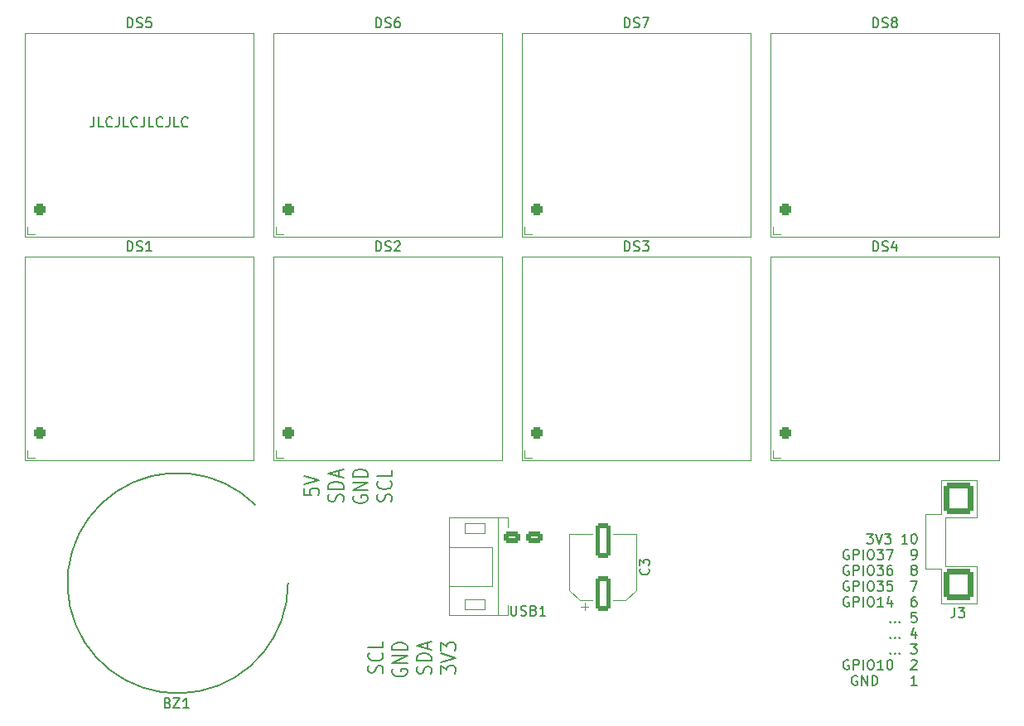
<source format=gbr>
%TF.GenerationSoftware,KiCad,Pcbnew,7.0.8*%
%TF.CreationDate,2024-01-07T19:19:44+01:00*%
%TF.ProjectId,16SegLed,31365365-674c-4656-942e-6b696361645f,rev?*%
%TF.SameCoordinates,Original*%
%TF.FileFunction,Legend,Top*%
%TF.FilePolarity,Positive*%
%FSLAX46Y46*%
G04 Gerber Fmt 4.6, Leading zero omitted, Abs format (unit mm)*
G04 Created by KiCad (PCBNEW 7.0.8) date 2024-01-07 19:19:44*
%MOMM*%
%LPD*%
G01*
G04 APERTURE LIST*
G04 Aperture macros list*
%AMRoundRect*
0 Rectangle with rounded corners*
0 $1 Rounding radius*
0 $2 $3 $4 $5 $6 $7 $8 $9 X,Y pos of 4 corners*
0 Add a 4 corners polygon primitive as box body*
4,1,4,$2,$3,$4,$5,$6,$7,$8,$9,$2,$3,0*
0 Add four circle primitives for the rounded corners*
1,1,$1+$1,$2,$3*
1,1,$1+$1,$4,$5*
1,1,$1+$1,$6,$7*
1,1,$1+$1,$8,$9*
0 Add four rect primitives between the rounded corners*
20,1,$1+$1,$2,$3,$4,$5,0*
20,1,$1+$1,$4,$5,$6,$7,0*
20,1,$1+$1,$6,$7,$8,$9,0*
20,1,$1+$1,$8,$9,$2,$3,0*%
G04 Aperture macros list end*
%ADD10C,0.150000*%
%ADD11C,0.200000*%
%ADD12C,0.100000*%
%ADD13C,0.120000*%
%ADD14C,1.200000*%
%ADD15RoundRect,0.300000X-0.300000X-0.300000X0.300000X-0.300000X0.300000X0.300000X-0.300000X0.300000X0*%
%ADD16O,1.200000X1.500000*%
%ADD17C,6.400000*%
%ADD18RoundRect,0.250000X0.625000X-0.350000X0.625000X0.350000X-0.625000X0.350000X-0.625000X-0.350000X0*%
%ADD19O,1.750000X1.200000*%
%ADD20RoundRect,0.300000X1.200000X-1.305000X1.200000X1.305000X-1.200000X1.305000X-1.200000X-1.305000X0*%
%ADD21R,1.250000X0.300000*%
%ADD22RoundRect,0.250000X0.550000X-1.500000X0.550000X1.500000X-0.550000X1.500000X-0.550000X-1.500000X0*%
%ADD23C,1.524000*%
%ADD24R,1.700000X1.700000*%
%ADD25O,1.700000X1.700000*%
%ADD26C,4.700000*%
G04 APERTURE END LIST*
D10*
X24607981Y-50576013D02*
G75*
G03*
X27909673Y-58547000I-7970981J-7970987D01*
G01*
X8080951Y-10884819D02*
X8080951Y-11599104D01*
X8080951Y-11599104D02*
X8033332Y-11741961D01*
X8033332Y-11741961D02*
X7938094Y-11837200D01*
X7938094Y-11837200D02*
X7795237Y-11884819D01*
X7795237Y-11884819D02*
X7699999Y-11884819D01*
X9033332Y-11884819D02*
X8557142Y-11884819D01*
X8557142Y-11884819D02*
X8557142Y-10884819D01*
X9938094Y-11789580D02*
X9890475Y-11837200D01*
X9890475Y-11837200D02*
X9747618Y-11884819D01*
X9747618Y-11884819D02*
X9652380Y-11884819D01*
X9652380Y-11884819D02*
X9509523Y-11837200D01*
X9509523Y-11837200D02*
X9414285Y-11741961D01*
X9414285Y-11741961D02*
X9366666Y-11646723D01*
X9366666Y-11646723D02*
X9319047Y-11456247D01*
X9319047Y-11456247D02*
X9319047Y-11313390D01*
X9319047Y-11313390D02*
X9366666Y-11122914D01*
X9366666Y-11122914D02*
X9414285Y-11027676D01*
X9414285Y-11027676D02*
X9509523Y-10932438D01*
X9509523Y-10932438D02*
X9652380Y-10884819D01*
X9652380Y-10884819D02*
X9747618Y-10884819D01*
X9747618Y-10884819D02*
X9890475Y-10932438D01*
X9890475Y-10932438D02*
X9938094Y-10980057D01*
X10652380Y-10884819D02*
X10652380Y-11599104D01*
X10652380Y-11599104D02*
X10604761Y-11741961D01*
X10604761Y-11741961D02*
X10509523Y-11837200D01*
X10509523Y-11837200D02*
X10366666Y-11884819D01*
X10366666Y-11884819D02*
X10271428Y-11884819D01*
X11604761Y-11884819D02*
X11128571Y-11884819D01*
X11128571Y-11884819D02*
X11128571Y-10884819D01*
X12509523Y-11789580D02*
X12461904Y-11837200D01*
X12461904Y-11837200D02*
X12319047Y-11884819D01*
X12319047Y-11884819D02*
X12223809Y-11884819D01*
X12223809Y-11884819D02*
X12080952Y-11837200D01*
X12080952Y-11837200D02*
X11985714Y-11741961D01*
X11985714Y-11741961D02*
X11938095Y-11646723D01*
X11938095Y-11646723D02*
X11890476Y-11456247D01*
X11890476Y-11456247D02*
X11890476Y-11313390D01*
X11890476Y-11313390D02*
X11938095Y-11122914D01*
X11938095Y-11122914D02*
X11985714Y-11027676D01*
X11985714Y-11027676D02*
X12080952Y-10932438D01*
X12080952Y-10932438D02*
X12223809Y-10884819D01*
X12223809Y-10884819D02*
X12319047Y-10884819D01*
X12319047Y-10884819D02*
X12461904Y-10932438D01*
X12461904Y-10932438D02*
X12509523Y-10980057D01*
X13223809Y-10884819D02*
X13223809Y-11599104D01*
X13223809Y-11599104D02*
X13176190Y-11741961D01*
X13176190Y-11741961D02*
X13080952Y-11837200D01*
X13080952Y-11837200D02*
X12938095Y-11884819D01*
X12938095Y-11884819D02*
X12842857Y-11884819D01*
X14176190Y-11884819D02*
X13700000Y-11884819D01*
X13700000Y-11884819D02*
X13700000Y-10884819D01*
X15080952Y-11789580D02*
X15033333Y-11837200D01*
X15033333Y-11837200D02*
X14890476Y-11884819D01*
X14890476Y-11884819D02*
X14795238Y-11884819D01*
X14795238Y-11884819D02*
X14652381Y-11837200D01*
X14652381Y-11837200D02*
X14557143Y-11741961D01*
X14557143Y-11741961D02*
X14509524Y-11646723D01*
X14509524Y-11646723D02*
X14461905Y-11456247D01*
X14461905Y-11456247D02*
X14461905Y-11313390D01*
X14461905Y-11313390D02*
X14509524Y-11122914D01*
X14509524Y-11122914D02*
X14557143Y-11027676D01*
X14557143Y-11027676D02*
X14652381Y-10932438D01*
X14652381Y-10932438D02*
X14795238Y-10884819D01*
X14795238Y-10884819D02*
X14890476Y-10884819D01*
X14890476Y-10884819D02*
X15033333Y-10932438D01*
X15033333Y-10932438D02*
X15080952Y-10980057D01*
X15795238Y-10884819D02*
X15795238Y-11599104D01*
X15795238Y-11599104D02*
X15747619Y-11741961D01*
X15747619Y-11741961D02*
X15652381Y-11837200D01*
X15652381Y-11837200D02*
X15509524Y-11884819D01*
X15509524Y-11884819D02*
X15414286Y-11884819D01*
X16747619Y-11884819D02*
X16271429Y-11884819D01*
X16271429Y-11884819D02*
X16271429Y-10884819D01*
X17652381Y-11789580D02*
X17604762Y-11837200D01*
X17604762Y-11837200D02*
X17461905Y-11884819D01*
X17461905Y-11884819D02*
X17366667Y-11884819D01*
X17366667Y-11884819D02*
X17223810Y-11837200D01*
X17223810Y-11837200D02*
X17128572Y-11741961D01*
X17128572Y-11741961D02*
X17080953Y-11646723D01*
X17080953Y-11646723D02*
X17033334Y-11456247D01*
X17033334Y-11456247D02*
X17033334Y-11313390D01*
X17033334Y-11313390D02*
X17080953Y-11122914D01*
X17080953Y-11122914D02*
X17128572Y-11027676D01*
X17128572Y-11027676D02*
X17223810Y-10932438D01*
X17223810Y-10932438D02*
X17366667Y-10884819D01*
X17366667Y-10884819D02*
X17461905Y-10884819D01*
X17461905Y-10884819D02*
X17604762Y-10932438D01*
X17604762Y-10932438D02*
X17652381Y-10980057D01*
D11*
X37549600Y-67736434D02*
X37622933Y-67550720D01*
X37622933Y-67550720D02*
X37622933Y-67241196D01*
X37622933Y-67241196D02*
X37549600Y-67117387D01*
X37549600Y-67117387D02*
X37476266Y-67055482D01*
X37476266Y-67055482D02*
X37329600Y-66993577D01*
X37329600Y-66993577D02*
X37182933Y-66993577D01*
X37182933Y-66993577D02*
X37036266Y-67055482D01*
X37036266Y-67055482D02*
X36962933Y-67117387D01*
X36962933Y-67117387D02*
X36889600Y-67241196D01*
X36889600Y-67241196D02*
X36816266Y-67488815D01*
X36816266Y-67488815D02*
X36742933Y-67612625D01*
X36742933Y-67612625D02*
X36669600Y-67674530D01*
X36669600Y-67674530D02*
X36522933Y-67736434D01*
X36522933Y-67736434D02*
X36376266Y-67736434D01*
X36376266Y-67736434D02*
X36229600Y-67674530D01*
X36229600Y-67674530D02*
X36156266Y-67612625D01*
X36156266Y-67612625D02*
X36082933Y-67488815D01*
X36082933Y-67488815D02*
X36082933Y-67179292D01*
X36082933Y-67179292D02*
X36156266Y-66993577D01*
X37476266Y-65693578D02*
X37549600Y-65755482D01*
X37549600Y-65755482D02*
X37622933Y-65941197D01*
X37622933Y-65941197D02*
X37622933Y-66065006D01*
X37622933Y-66065006D02*
X37549600Y-66250720D01*
X37549600Y-66250720D02*
X37402933Y-66374530D01*
X37402933Y-66374530D02*
X37256266Y-66436435D01*
X37256266Y-66436435D02*
X36962933Y-66498339D01*
X36962933Y-66498339D02*
X36742933Y-66498339D01*
X36742933Y-66498339D02*
X36449600Y-66436435D01*
X36449600Y-66436435D02*
X36302933Y-66374530D01*
X36302933Y-66374530D02*
X36156266Y-66250720D01*
X36156266Y-66250720D02*
X36082933Y-66065006D01*
X36082933Y-66065006D02*
X36082933Y-65941197D01*
X36082933Y-65941197D02*
X36156266Y-65755482D01*
X36156266Y-65755482D02*
X36229600Y-65693578D01*
X37622933Y-64517387D02*
X37622933Y-65136435D01*
X37622933Y-65136435D02*
X36082933Y-65136435D01*
X38635666Y-67365006D02*
X38562333Y-67488816D01*
X38562333Y-67488816D02*
X38562333Y-67674530D01*
X38562333Y-67674530D02*
X38635666Y-67860244D01*
X38635666Y-67860244D02*
X38782333Y-67984054D01*
X38782333Y-67984054D02*
X38929000Y-68045959D01*
X38929000Y-68045959D02*
X39222333Y-68107863D01*
X39222333Y-68107863D02*
X39442333Y-68107863D01*
X39442333Y-68107863D02*
X39735666Y-68045959D01*
X39735666Y-68045959D02*
X39882333Y-67984054D01*
X39882333Y-67984054D02*
X40029000Y-67860244D01*
X40029000Y-67860244D02*
X40102333Y-67674530D01*
X40102333Y-67674530D02*
X40102333Y-67550721D01*
X40102333Y-67550721D02*
X40029000Y-67365006D01*
X40029000Y-67365006D02*
X39955666Y-67303102D01*
X39955666Y-67303102D02*
X39442333Y-67303102D01*
X39442333Y-67303102D02*
X39442333Y-67550721D01*
X40102333Y-66745959D02*
X38562333Y-66745959D01*
X38562333Y-66745959D02*
X40102333Y-66003102D01*
X40102333Y-66003102D02*
X38562333Y-66003102D01*
X40102333Y-65384054D02*
X38562333Y-65384054D01*
X38562333Y-65384054D02*
X38562333Y-65074530D01*
X38562333Y-65074530D02*
X38635666Y-64888816D01*
X38635666Y-64888816D02*
X38782333Y-64765006D01*
X38782333Y-64765006D02*
X38929000Y-64703101D01*
X38929000Y-64703101D02*
X39222333Y-64641197D01*
X39222333Y-64641197D02*
X39442333Y-64641197D01*
X39442333Y-64641197D02*
X39735666Y-64703101D01*
X39735666Y-64703101D02*
X39882333Y-64765006D01*
X39882333Y-64765006D02*
X40029000Y-64888816D01*
X40029000Y-64888816D02*
X40102333Y-65074530D01*
X40102333Y-65074530D02*
X40102333Y-65384054D01*
X42508400Y-67798339D02*
X42581733Y-67612625D01*
X42581733Y-67612625D02*
X42581733Y-67303101D01*
X42581733Y-67303101D02*
X42508400Y-67179292D01*
X42508400Y-67179292D02*
X42435066Y-67117387D01*
X42435066Y-67117387D02*
X42288400Y-67055482D01*
X42288400Y-67055482D02*
X42141733Y-67055482D01*
X42141733Y-67055482D02*
X41995066Y-67117387D01*
X41995066Y-67117387D02*
X41921733Y-67179292D01*
X41921733Y-67179292D02*
X41848400Y-67303101D01*
X41848400Y-67303101D02*
X41775066Y-67550720D01*
X41775066Y-67550720D02*
X41701733Y-67674530D01*
X41701733Y-67674530D02*
X41628400Y-67736435D01*
X41628400Y-67736435D02*
X41481733Y-67798339D01*
X41481733Y-67798339D02*
X41335066Y-67798339D01*
X41335066Y-67798339D02*
X41188400Y-67736435D01*
X41188400Y-67736435D02*
X41115066Y-67674530D01*
X41115066Y-67674530D02*
X41041733Y-67550720D01*
X41041733Y-67550720D02*
X41041733Y-67241197D01*
X41041733Y-67241197D02*
X41115066Y-67055482D01*
X42581733Y-66498340D02*
X41041733Y-66498340D01*
X41041733Y-66498340D02*
X41041733Y-66188816D01*
X41041733Y-66188816D02*
X41115066Y-66003102D01*
X41115066Y-66003102D02*
X41261733Y-65879292D01*
X41261733Y-65879292D02*
X41408400Y-65817387D01*
X41408400Y-65817387D02*
X41701733Y-65755483D01*
X41701733Y-65755483D02*
X41921733Y-65755483D01*
X41921733Y-65755483D02*
X42215066Y-65817387D01*
X42215066Y-65817387D02*
X42361733Y-65879292D01*
X42361733Y-65879292D02*
X42508400Y-66003102D01*
X42508400Y-66003102D02*
X42581733Y-66188816D01*
X42581733Y-66188816D02*
X42581733Y-66498340D01*
X42141733Y-65260244D02*
X42141733Y-64641197D01*
X42581733Y-65384054D02*
X41041733Y-64950721D01*
X41041733Y-64950721D02*
X42581733Y-64517387D01*
X43521133Y-67798339D02*
X43521133Y-66993577D01*
X43521133Y-66993577D02*
X44107800Y-67426911D01*
X44107800Y-67426911D02*
X44107800Y-67241196D01*
X44107800Y-67241196D02*
X44181133Y-67117387D01*
X44181133Y-67117387D02*
X44254466Y-67055482D01*
X44254466Y-67055482D02*
X44401133Y-66993577D01*
X44401133Y-66993577D02*
X44767800Y-66993577D01*
X44767800Y-66993577D02*
X44914466Y-67055482D01*
X44914466Y-67055482D02*
X44987800Y-67117387D01*
X44987800Y-67117387D02*
X45061133Y-67241196D01*
X45061133Y-67241196D02*
X45061133Y-67612625D01*
X45061133Y-67612625D02*
X44987800Y-67736434D01*
X44987800Y-67736434D02*
X44914466Y-67798339D01*
X43521133Y-66622149D02*
X45061133Y-66188816D01*
X45061133Y-66188816D02*
X43521133Y-65755482D01*
X43521133Y-65445958D02*
X43521133Y-64641196D01*
X43521133Y-64641196D02*
X44107800Y-65074530D01*
X44107800Y-65074530D02*
X44107800Y-64888815D01*
X44107800Y-64888815D02*
X44181133Y-64765006D01*
X44181133Y-64765006D02*
X44254466Y-64703101D01*
X44254466Y-64703101D02*
X44401133Y-64641196D01*
X44401133Y-64641196D02*
X44767800Y-64641196D01*
X44767800Y-64641196D02*
X44914466Y-64703101D01*
X44914466Y-64703101D02*
X44987800Y-64765006D01*
X44987800Y-64765006D02*
X45061133Y-64888815D01*
X45061133Y-64888815D02*
X45061133Y-65260244D01*
X45061133Y-65260244D02*
X44987800Y-65384053D01*
X44987800Y-65384053D02*
X44914466Y-65445958D01*
D10*
X87071601Y-53506819D02*
X87690648Y-53506819D01*
X87690648Y-53506819D02*
X87357315Y-53887771D01*
X87357315Y-53887771D02*
X87500172Y-53887771D01*
X87500172Y-53887771D02*
X87595410Y-53935390D01*
X87595410Y-53935390D02*
X87643029Y-53983009D01*
X87643029Y-53983009D02*
X87690648Y-54078247D01*
X87690648Y-54078247D02*
X87690648Y-54316342D01*
X87690648Y-54316342D02*
X87643029Y-54411580D01*
X87643029Y-54411580D02*
X87595410Y-54459200D01*
X87595410Y-54459200D02*
X87500172Y-54506819D01*
X87500172Y-54506819D02*
X87214458Y-54506819D01*
X87214458Y-54506819D02*
X87119220Y-54459200D01*
X87119220Y-54459200D02*
X87071601Y-54411580D01*
X87976363Y-53506819D02*
X88309696Y-54506819D01*
X88309696Y-54506819D02*
X88643029Y-53506819D01*
X88881125Y-53506819D02*
X89500172Y-53506819D01*
X89500172Y-53506819D02*
X89166839Y-53887771D01*
X89166839Y-53887771D02*
X89309696Y-53887771D01*
X89309696Y-53887771D02*
X89404934Y-53935390D01*
X89404934Y-53935390D02*
X89452553Y-53983009D01*
X89452553Y-53983009D02*
X89500172Y-54078247D01*
X89500172Y-54078247D02*
X89500172Y-54316342D01*
X89500172Y-54316342D02*
X89452553Y-54411580D01*
X89452553Y-54411580D02*
X89404934Y-54459200D01*
X89404934Y-54459200D02*
X89309696Y-54506819D01*
X89309696Y-54506819D02*
X89023982Y-54506819D01*
X89023982Y-54506819D02*
X88928744Y-54459200D01*
X88928744Y-54459200D02*
X88881125Y-54411580D01*
X91214458Y-54506819D02*
X90643030Y-54506819D01*
X90928744Y-54506819D02*
X90928744Y-53506819D01*
X90928744Y-53506819D02*
X90833506Y-53649676D01*
X90833506Y-53649676D02*
X90738268Y-53744914D01*
X90738268Y-53744914D02*
X90643030Y-53792533D01*
X91833506Y-53506819D02*
X91928744Y-53506819D01*
X91928744Y-53506819D02*
X92023982Y-53554438D01*
X92023982Y-53554438D02*
X92071601Y-53602057D01*
X92071601Y-53602057D02*
X92119220Y-53697295D01*
X92119220Y-53697295D02*
X92166839Y-53887771D01*
X92166839Y-53887771D02*
X92166839Y-54125866D01*
X92166839Y-54125866D02*
X92119220Y-54316342D01*
X92119220Y-54316342D02*
X92071601Y-54411580D01*
X92071601Y-54411580D02*
X92023982Y-54459200D01*
X92023982Y-54459200D02*
X91928744Y-54506819D01*
X91928744Y-54506819D02*
X91833506Y-54506819D01*
X91833506Y-54506819D02*
X91738268Y-54459200D01*
X91738268Y-54459200D02*
X91690649Y-54411580D01*
X91690649Y-54411580D02*
X91643030Y-54316342D01*
X91643030Y-54316342D02*
X91595411Y-54125866D01*
X91595411Y-54125866D02*
X91595411Y-53887771D01*
X91595411Y-53887771D02*
X91643030Y-53697295D01*
X91643030Y-53697295D02*
X91690649Y-53602057D01*
X91690649Y-53602057D02*
X91738268Y-53554438D01*
X91738268Y-53554438D02*
X91833506Y-53506819D01*
X85214458Y-55164438D02*
X85119220Y-55116819D01*
X85119220Y-55116819D02*
X84976363Y-55116819D01*
X84976363Y-55116819D02*
X84833506Y-55164438D01*
X84833506Y-55164438D02*
X84738268Y-55259676D01*
X84738268Y-55259676D02*
X84690649Y-55354914D01*
X84690649Y-55354914D02*
X84643030Y-55545390D01*
X84643030Y-55545390D02*
X84643030Y-55688247D01*
X84643030Y-55688247D02*
X84690649Y-55878723D01*
X84690649Y-55878723D02*
X84738268Y-55973961D01*
X84738268Y-55973961D02*
X84833506Y-56069200D01*
X84833506Y-56069200D02*
X84976363Y-56116819D01*
X84976363Y-56116819D02*
X85071601Y-56116819D01*
X85071601Y-56116819D02*
X85214458Y-56069200D01*
X85214458Y-56069200D02*
X85262077Y-56021580D01*
X85262077Y-56021580D02*
X85262077Y-55688247D01*
X85262077Y-55688247D02*
X85071601Y-55688247D01*
X85690649Y-56116819D02*
X85690649Y-55116819D01*
X85690649Y-55116819D02*
X86071601Y-55116819D01*
X86071601Y-55116819D02*
X86166839Y-55164438D01*
X86166839Y-55164438D02*
X86214458Y-55212057D01*
X86214458Y-55212057D02*
X86262077Y-55307295D01*
X86262077Y-55307295D02*
X86262077Y-55450152D01*
X86262077Y-55450152D02*
X86214458Y-55545390D01*
X86214458Y-55545390D02*
X86166839Y-55593009D01*
X86166839Y-55593009D02*
X86071601Y-55640628D01*
X86071601Y-55640628D02*
X85690649Y-55640628D01*
X86690649Y-56116819D02*
X86690649Y-55116819D01*
X87357315Y-55116819D02*
X87547791Y-55116819D01*
X87547791Y-55116819D02*
X87643029Y-55164438D01*
X87643029Y-55164438D02*
X87738267Y-55259676D01*
X87738267Y-55259676D02*
X87785886Y-55450152D01*
X87785886Y-55450152D02*
X87785886Y-55783485D01*
X87785886Y-55783485D02*
X87738267Y-55973961D01*
X87738267Y-55973961D02*
X87643029Y-56069200D01*
X87643029Y-56069200D02*
X87547791Y-56116819D01*
X87547791Y-56116819D02*
X87357315Y-56116819D01*
X87357315Y-56116819D02*
X87262077Y-56069200D01*
X87262077Y-56069200D02*
X87166839Y-55973961D01*
X87166839Y-55973961D02*
X87119220Y-55783485D01*
X87119220Y-55783485D02*
X87119220Y-55450152D01*
X87119220Y-55450152D02*
X87166839Y-55259676D01*
X87166839Y-55259676D02*
X87262077Y-55164438D01*
X87262077Y-55164438D02*
X87357315Y-55116819D01*
X88119220Y-55116819D02*
X88738267Y-55116819D01*
X88738267Y-55116819D02*
X88404934Y-55497771D01*
X88404934Y-55497771D02*
X88547791Y-55497771D01*
X88547791Y-55497771D02*
X88643029Y-55545390D01*
X88643029Y-55545390D02*
X88690648Y-55593009D01*
X88690648Y-55593009D02*
X88738267Y-55688247D01*
X88738267Y-55688247D02*
X88738267Y-55926342D01*
X88738267Y-55926342D02*
X88690648Y-56021580D01*
X88690648Y-56021580D02*
X88643029Y-56069200D01*
X88643029Y-56069200D02*
X88547791Y-56116819D01*
X88547791Y-56116819D02*
X88262077Y-56116819D01*
X88262077Y-56116819D02*
X88166839Y-56069200D01*
X88166839Y-56069200D02*
X88119220Y-56021580D01*
X89071601Y-55116819D02*
X89738267Y-55116819D01*
X89738267Y-55116819D02*
X89309696Y-56116819D01*
X91690649Y-56116819D02*
X91881125Y-56116819D01*
X91881125Y-56116819D02*
X91976363Y-56069200D01*
X91976363Y-56069200D02*
X92023982Y-56021580D01*
X92023982Y-56021580D02*
X92119220Y-55878723D01*
X92119220Y-55878723D02*
X92166839Y-55688247D01*
X92166839Y-55688247D02*
X92166839Y-55307295D01*
X92166839Y-55307295D02*
X92119220Y-55212057D01*
X92119220Y-55212057D02*
X92071601Y-55164438D01*
X92071601Y-55164438D02*
X91976363Y-55116819D01*
X91976363Y-55116819D02*
X91785887Y-55116819D01*
X91785887Y-55116819D02*
X91690649Y-55164438D01*
X91690649Y-55164438D02*
X91643030Y-55212057D01*
X91643030Y-55212057D02*
X91595411Y-55307295D01*
X91595411Y-55307295D02*
X91595411Y-55545390D01*
X91595411Y-55545390D02*
X91643030Y-55640628D01*
X91643030Y-55640628D02*
X91690649Y-55688247D01*
X91690649Y-55688247D02*
X91785887Y-55735866D01*
X91785887Y-55735866D02*
X91976363Y-55735866D01*
X91976363Y-55735866D02*
X92071601Y-55688247D01*
X92071601Y-55688247D02*
X92119220Y-55640628D01*
X92119220Y-55640628D02*
X92166839Y-55545390D01*
X85214458Y-56774438D02*
X85119220Y-56726819D01*
X85119220Y-56726819D02*
X84976363Y-56726819D01*
X84976363Y-56726819D02*
X84833506Y-56774438D01*
X84833506Y-56774438D02*
X84738268Y-56869676D01*
X84738268Y-56869676D02*
X84690649Y-56964914D01*
X84690649Y-56964914D02*
X84643030Y-57155390D01*
X84643030Y-57155390D02*
X84643030Y-57298247D01*
X84643030Y-57298247D02*
X84690649Y-57488723D01*
X84690649Y-57488723D02*
X84738268Y-57583961D01*
X84738268Y-57583961D02*
X84833506Y-57679200D01*
X84833506Y-57679200D02*
X84976363Y-57726819D01*
X84976363Y-57726819D02*
X85071601Y-57726819D01*
X85071601Y-57726819D02*
X85214458Y-57679200D01*
X85214458Y-57679200D02*
X85262077Y-57631580D01*
X85262077Y-57631580D02*
X85262077Y-57298247D01*
X85262077Y-57298247D02*
X85071601Y-57298247D01*
X85690649Y-57726819D02*
X85690649Y-56726819D01*
X85690649Y-56726819D02*
X86071601Y-56726819D01*
X86071601Y-56726819D02*
X86166839Y-56774438D01*
X86166839Y-56774438D02*
X86214458Y-56822057D01*
X86214458Y-56822057D02*
X86262077Y-56917295D01*
X86262077Y-56917295D02*
X86262077Y-57060152D01*
X86262077Y-57060152D02*
X86214458Y-57155390D01*
X86214458Y-57155390D02*
X86166839Y-57203009D01*
X86166839Y-57203009D02*
X86071601Y-57250628D01*
X86071601Y-57250628D02*
X85690649Y-57250628D01*
X86690649Y-57726819D02*
X86690649Y-56726819D01*
X87357315Y-56726819D02*
X87547791Y-56726819D01*
X87547791Y-56726819D02*
X87643029Y-56774438D01*
X87643029Y-56774438D02*
X87738267Y-56869676D01*
X87738267Y-56869676D02*
X87785886Y-57060152D01*
X87785886Y-57060152D02*
X87785886Y-57393485D01*
X87785886Y-57393485D02*
X87738267Y-57583961D01*
X87738267Y-57583961D02*
X87643029Y-57679200D01*
X87643029Y-57679200D02*
X87547791Y-57726819D01*
X87547791Y-57726819D02*
X87357315Y-57726819D01*
X87357315Y-57726819D02*
X87262077Y-57679200D01*
X87262077Y-57679200D02*
X87166839Y-57583961D01*
X87166839Y-57583961D02*
X87119220Y-57393485D01*
X87119220Y-57393485D02*
X87119220Y-57060152D01*
X87119220Y-57060152D02*
X87166839Y-56869676D01*
X87166839Y-56869676D02*
X87262077Y-56774438D01*
X87262077Y-56774438D02*
X87357315Y-56726819D01*
X88119220Y-56726819D02*
X88738267Y-56726819D01*
X88738267Y-56726819D02*
X88404934Y-57107771D01*
X88404934Y-57107771D02*
X88547791Y-57107771D01*
X88547791Y-57107771D02*
X88643029Y-57155390D01*
X88643029Y-57155390D02*
X88690648Y-57203009D01*
X88690648Y-57203009D02*
X88738267Y-57298247D01*
X88738267Y-57298247D02*
X88738267Y-57536342D01*
X88738267Y-57536342D02*
X88690648Y-57631580D01*
X88690648Y-57631580D02*
X88643029Y-57679200D01*
X88643029Y-57679200D02*
X88547791Y-57726819D01*
X88547791Y-57726819D02*
X88262077Y-57726819D01*
X88262077Y-57726819D02*
X88166839Y-57679200D01*
X88166839Y-57679200D02*
X88119220Y-57631580D01*
X89595410Y-56726819D02*
X89404934Y-56726819D01*
X89404934Y-56726819D02*
X89309696Y-56774438D01*
X89309696Y-56774438D02*
X89262077Y-56822057D01*
X89262077Y-56822057D02*
X89166839Y-56964914D01*
X89166839Y-56964914D02*
X89119220Y-57155390D01*
X89119220Y-57155390D02*
X89119220Y-57536342D01*
X89119220Y-57536342D02*
X89166839Y-57631580D01*
X89166839Y-57631580D02*
X89214458Y-57679200D01*
X89214458Y-57679200D02*
X89309696Y-57726819D01*
X89309696Y-57726819D02*
X89500172Y-57726819D01*
X89500172Y-57726819D02*
X89595410Y-57679200D01*
X89595410Y-57679200D02*
X89643029Y-57631580D01*
X89643029Y-57631580D02*
X89690648Y-57536342D01*
X89690648Y-57536342D02*
X89690648Y-57298247D01*
X89690648Y-57298247D02*
X89643029Y-57203009D01*
X89643029Y-57203009D02*
X89595410Y-57155390D01*
X89595410Y-57155390D02*
X89500172Y-57107771D01*
X89500172Y-57107771D02*
X89309696Y-57107771D01*
X89309696Y-57107771D02*
X89214458Y-57155390D01*
X89214458Y-57155390D02*
X89166839Y-57203009D01*
X89166839Y-57203009D02*
X89119220Y-57298247D01*
X91785887Y-57155390D02*
X91690649Y-57107771D01*
X91690649Y-57107771D02*
X91643030Y-57060152D01*
X91643030Y-57060152D02*
X91595411Y-56964914D01*
X91595411Y-56964914D02*
X91595411Y-56917295D01*
X91595411Y-56917295D02*
X91643030Y-56822057D01*
X91643030Y-56822057D02*
X91690649Y-56774438D01*
X91690649Y-56774438D02*
X91785887Y-56726819D01*
X91785887Y-56726819D02*
X91976363Y-56726819D01*
X91976363Y-56726819D02*
X92071601Y-56774438D01*
X92071601Y-56774438D02*
X92119220Y-56822057D01*
X92119220Y-56822057D02*
X92166839Y-56917295D01*
X92166839Y-56917295D02*
X92166839Y-56964914D01*
X92166839Y-56964914D02*
X92119220Y-57060152D01*
X92119220Y-57060152D02*
X92071601Y-57107771D01*
X92071601Y-57107771D02*
X91976363Y-57155390D01*
X91976363Y-57155390D02*
X91785887Y-57155390D01*
X91785887Y-57155390D02*
X91690649Y-57203009D01*
X91690649Y-57203009D02*
X91643030Y-57250628D01*
X91643030Y-57250628D02*
X91595411Y-57345866D01*
X91595411Y-57345866D02*
X91595411Y-57536342D01*
X91595411Y-57536342D02*
X91643030Y-57631580D01*
X91643030Y-57631580D02*
X91690649Y-57679200D01*
X91690649Y-57679200D02*
X91785887Y-57726819D01*
X91785887Y-57726819D02*
X91976363Y-57726819D01*
X91976363Y-57726819D02*
X92071601Y-57679200D01*
X92071601Y-57679200D02*
X92119220Y-57631580D01*
X92119220Y-57631580D02*
X92166839Y-57536342D01*
X92166839Y-57536342D02*
X92166839Y-57345866D01*
X92166839Y-57345866D02*
X92119220Y-57250628D01*
X92119220Y-57250628D02*
X92071601Y-57203009D01*
X92071601Y-57203009D02*
X91976363Y-57155390D01*
X85214458Y-58384438D02*
X85119220Y-58336819D01*
X85119220Y-58336819D02*
X84976363Y-58336819D01*
X84976363Y-58336819D02*
X84833506Y-58384438D01*
X84833506Y-58384438D02*
X84738268Y-58479676D01*
X84738268Y-58479676D02*
X84690649Y-58574914D01*
X84690649Y-58574914D02*
X84643030Y-58765390D01*
X84643030Y-58765390D02*
X84643030Y-58908247D01*
X84643030Y-58908247D02*
X84690649Y-59098723D01*
X84690649Y-59098723D02*
X84738268Y-59193961D01*
X84738268Y-59193961D02*
X84833506Y-59289200D01*
X84833506Y-59289200D02*
X84976363Y-59336819D01*
X84976363Y-59336819D02*
X85071601Y-59336819D01*
X85071601Y-59336819D02*
X85214458Y-59289200D01*
X85214458Y-59289200D02*
X85262077Y-59241580D01*
X85262077Y-59241580D02*
X85262077Y-58908247D01*
X85262077Y-58908247D02*
X85071601Y-58908247D01*
X85690649Y-59336819D02*
X85690649Y-58336819D01*
X85690649Y-58336819D02*
X86071601Y-58336819D01*
X86071601Y-58336819D02*
X86166839Y-58384438D01*
X86166839Y-58384438D02*
X86214458Y-58432057D01*
X86214458Y-58432057D02*
X86262077Y-58527295D01*
X86262077Y-58527295D02*
X86262077Y-58670152D01*
X86262077Y-58670152D02*
X86214458Y-58765390D01*
X86214458Y-58765390D02*
X86166839Y-58813009D01*
X86166839Y-58813009D02*
X86071601Y-58860628D01*
X86071601Y-58860628D02*
X85690649Y-58860628D01*
X86690649Y-59336819D02*
X86690649Y-58336819D01*
X87357315Y-58336819D02*
X87547791Y-58336819D01*
X87547791Y-58336819D02*
X87643029Y-58384438D01*
X87643029Y-58384438D02*
X87738267Y-58479676D01*
X87738267Y-58479676D02*
X87785886Y-58670152D01*
X87785886Y-58670152D02*
X87785886Y-59003485D01*
X87785886Y-59003485D02*
X87738267Y-59193961D01*
X87738267Y-59193961D02*
X87643029Y-59289200D01*
X87643029Y-59289200D02*
X87547791Y-59336819D01*
X87547791Y-59336819D02*
X87357315Y-59336819D01*
X87357315Y-59336819D02*
X87262077Y-59289200D01*
X87262077Y-59289200D02*
X87166839Y-59193961D01*
X87166839Y-59193961D02*
X87119220Y-59003485D01*
X87119220Y-59003485D02*
X87119220Y-58670152D01*
X87119220Y-58670152D02*
X87166839Y-58479676D01*
X87166839Y-58479676D02*
X87262077Y-58384438D01*
X87262077Y-58384438D02*
X87357315Y-58336819D01*
X88119220Y-58336819D02*
X88738267Y-58336819D01*
X88738267Y-58336819D02*
X88404934Y-58717771D01*
X88404934Y-58717771D02*
X88547791Y-58717771D01*
X88547791Y-58717771D02*
X88643029Y-58765390D01*
X88643029Y-58765390D02*
X88690648Y-58813009D01*
X88690648Y-58813009D02*
X88738267Y-58908247D01*
X88738267Y-58908247D02*
X88738267Y-59146342D01*
X88738267Y-59146342D02*
X88690648Y-59241580D01*
X88690648Y-59241580D02*
X88643029Y-59289200D01*
X88643029Y-59289200D02*
X88547791Y-59336819D01*
X88547791Y-59336819D02*
X88262077Y-59336819D01*
X88262077Y-59336819D02*
X88166839Y-59289200D01*
X88166839Y-59289200D02*
X88119220Y-59241580D01*
X89643029Y-58336819D02*
X89166839Y-58336819D01*
X89166839Y-58336819D02*
X89119220Y-58813009D01*
X89119220Y-58813009D02*
X89166839Y-58765390D01*
X89166839Y-58765390D02*
X89262077Y-58717771D01*
X89262077Y-58717771D02*
X89500172Y-58717771D01*
X89500172Y-58717771D02*
X89595410Y-58765390D01*
X89595410Y-58765390D02*
X89643029Y-58813009D01*
X89643029Y-58813009D02*
X89690648Y-58908247D01*
X89690648Y-58908247D02*
X89690648Y-59146342D01*
X89690648Y-59146342D02*
X89643029Y-59241580D01*
X89643029Y-59241580D02*
X89595410Y-59289200D01*
X89595410Y-59289200D02*
X89500172Y-59336819D01*
X89500172Y-59336819D02*
X89262077Y-59336819D01*
X89262077Y-59336819D02*
X89166839Y-59289200D01*
X89166839Y-59289200D02*
X89119220Y-59241580D01*
X91547792Y-58336819D02*
X92214458Y-58336819D01*
X92214458Y-58336819D02*
X91785887Y-59336819D01*
X85214458Y-59994438D02*
X85119220Y-59946819D01*
X85119220Y-59946819D02*
X84976363Y-59946819D01*
X84976363Y-59946819D02*
X84833506Y-59994438D01*
X84833506Y-59994438D02*
X84738268Y-60089676D01*
X84738268Y-60089676D02*
X84690649Y-60184914D01*
X84690649Y-60184914D02*
X84643030Y-60375390D01*
X84643030Y-60375390D02*
X84643030Y-60518247D01*
X84643030Y-60518247D02*
X84690649Y-60708723D01*
X84690649Y-60708723D02*
X84738268Y-60803961D01*
X84738268Y-60803961D02*
X84833506Y-60899200D01*
X84833506Y-60899200D02*
X84976363Y-60946819D01*
X84976363Y-60946819D02*
X85071601Y-60946819D01*
X85071601Y-60946819D02*
X85214458Y-60899200D01*
X85214458Y-60899200D02*
X85262077Y-60851580D01*
X85262077Y-60851580D02*
X85262077Y-60518247D01*
X85262077Y-60518247D02*
X85071601Y-60518247D01*
X85690649Y-60946819D02*
X85690649Y-59946819D01*
X85690649Y-59946819D02*
X86071601Y-59946819D01*
X86071601Y-59946819D02*
X86166839Y-59994438D01*
X86166839Y-59994438D02*
X86214458Y-60042057D01*
X86214458Y-60042057D02*
X86262077Y-60137295D01*
X86262077Y-60137295D02*
X86262077Y-60280152D01*
X86262077Y-60280152D02*
X86214458Y-60375390D01*
X86214458Y-60375390D02*
X86166839Y-60423009D01*
X86166839Y-60423009D02*
X86071601Y-60470628D01*
X86071601Y-60470628D02*
X85690649Y-60470628D01*
X86690649Y-60946819D02*
X86690649Y-59946819D01*
X87357315Y-59946819D02*
X87547791Y-59946819D01*
X87547791Y-59946819D02*
X87643029Y-59994438D01*
X87643029Y-59994438D02*
X87738267Y-60089676D01*
X87738267Y-60089676D02*
X87785886Y-60280152D01*
X87785886Y-60280152D02*
X87785886Y-60613485D01*
X87785886Y-60613485D02*
X87738267Y-60803961D01*
X87738267Y-60803961D02*
X87643029Y-60899200D01*
X87643029Y-60899200D02*
X87547791Y-60946819D01*
X87547791Y-60946819D02*
X87357315Y-60946819D01*
X87357315Y-60946819D02*
X87262077Y-60899200D01*
X87262077Y-60899200D02*
X87166839Y-60803961D01*
X87166839Y-60803961D02*
X87119220Y-60613485D01*
X87119220Y-60613485D02*
X87119220Y-60280152D01*
X87119220Y-60280152D02*
X87166839Y-60089676D01*
X87166839Y-60089676D02*
X87262077Y-59994438D01*
X87262077Y-59994438D02*
X87357315Y-59946819D01*
X88738267Y-60946819D02*
X88166839Y-60946819D01*
X88452553Y-60946819D02*
X88452553Y-59946819D01*
X88452553Y-59946819D02*
X88357315Y-60089676D01*
X88357315Y-60089676D02*
X88262077Y-60184914D01*
X88262077Y-60184914D02*
X88166839Y-60232533D01*
X89595410Y-60280152D02*
X89595410Y-60946819D01*
X89357315Y-59899200D02*
X89119220Y-60613485D01*
X89119220Y-60613485D02*
X89738267Y-60613485D01*
X92071601Y-59946819D02*
X91881125Y-59946819D01*
X91881125Y-59946819D02*
X91785887Y-59994438D01*
X91785887Y-59994438D02*
X91738268Y-60042057D01*
X91738268Y-60042057D02*
X91643030Y-60184914D01*
X91643030Y-60184914D02*
X91595411Y-60375390D01*
X91595411Y-60375390D02*
X91595411Y-60756342D01*
X91595411Y-60756342D02*
X91643030Y-60851580D01*
X91643030Y-60851580D02*
X91690649Y-60899200D01*
X91690649Y-60899200D02*
X91785887Y-60946819D01*
X91785887Y-60946819D02*
X91976363Y-60946819D01*
X91976363Y-60946819D02*
X92071601Y-60899200D01*
X92071601Y-60899200D02*
X92119220Y-60851580D01*
X92119220Y-60851580D02*
X92166839Y-60756342D01*
X92166839Y-60756342D02*
X92166839Y-60518247D01*
X92166839Y-60518247D02*
X92119220Y-60423009D01*
X92119220Y-60423009D02*
X92071601Y-60375390D01*
X92071601Y-60375390D02*
X91976363Y-60327771D01*
X91976363Y-60327771D02*
X91785887Y-60327771D01*
X91785887Y-60327771D02*
X91690649Y-60375390D01*
X91690649Y-60375390D02*
X91643030Y-60423009D01*
X91643030Y-60423009D02*
X91595411Y-60518247D01*
X89452555Y-62461580D02*
X89500174Y-62509200D01*
X89500174Y-62509200D02*
X89452555Y-62556819D01*
X89452555Y-62556819D02*
X89404936Y-62509200D01*
X89404936Y-62509200D02*
X89452555Y-62461580D01*
X89452555Y-62461580D02*
X89452555Y-62556819D01*
X89928745Y-62461580D02*
X89976364Y-62509200D01*
X89976364Y-62509200D02*
X89928745Y-62556819D01*
X89928745Y-62556819D02*
X89881126Y-62509200D01*
X89881126Y-62509200D02*
X89928745Y-62461580D01*
X89928745Y-62461580D02*
X89928745Y-62556819D01*
X90404935Y-62461580D02*
X90452554Y-62509200D01*
X90452554Y-62509200D02*
X90404935Y-62556819D01*
X90404935Y-62556819D02*
X90357316Y-62509200D01*
X90357316Y-62509200D02*
X90404935Y-62461580D01*
X90404935Y-62461580D02*
X90404935Y-62556819D01*
X92119220Y-61556819D02*
X91643030Y-61556819D01*
X91643030Y-61556819D02*
X91595411Y-62033009D01*
X91595411Y-62033009D02*
X91643030Y-61985390D01*
X91643030Y-61985390D02*
X91738268Y-61937771D01*
X91738268Y-61937771D02*
X91976363Y-61937771D01*
X91976363Y-61937771D02*
X92071601Y-61985390D01*
X92071601Y-61985390D02*
X92119220Y-62033009D01*
X92119220Y-62033009D02*
X92166839Y-62128247D01*
X92166839Y-62128247D02*
X92166839Y-62366342D01*
X92166839Y-62366342D02*
X92119220Y-62461580D01*
X92119220Y-62461580D02*
X92071601Y-62509200D01*
X92071601Y-62509200D02*
X91976363Y-62556819D01*
X91976363Y-62556819D02*
X91738268Y-62556819D01*
X91738268Y-62556819D02*
X91643030Y-62509200D01*
X91643030Y-62509200D02*
X91595411Y-62461580D01*
X89452555Y-64071580D02*
X89500174Y-64119200D01*
X89500174Y-64119200D02*
X89452555Y-64166819D01*
X89452555Y-64166819D02*
X89404936Y-64119200D01*
X89404936Y-64119200D02*
X89452555Y-64071580D01*
X89452555Y-64071580D02*
X89452555Y-64166819D01*
X89928745Y-64071580D02*
X89976364Y-64119200D01*
X89976364Y-64119200D02*
X89928745Y-64166819D01*
X89928745Y-64166819D02*
X89881126Y-64119200D01*
X89881126Y-64119200D02*
X89928745Y-64071580D01*
X89928745Y-64071580D02*
X89928745Y-64166819D01*
X90404935Y-64071580D02*
X90452554Y-64119200D01*
X90452554Y-64119200D02*
X90404935Y-64166819D01*
X90404935Y-64166819D02*
X90357316Y-64119200D01*
X90357316Y-64119200D02*
X90404935Y-64071580D01*
X90404935Y-64071580D02*
X90404935Y-64166819D01*
X92071601Y-63500152D02*
X92071601Y-64166819D01*
X91833506Y-63119200D02*
X91595411Y-63833485D01*
X91595411Y-63833485D02*
X92214458Y-63833485D01*
X89452555Y-65681580D02*
X89500174Y-65729200D01*
X89500174Y-65729200D02*
X89452555Y-65776819D01*
X89452555Y-65776819D02*
X89404936Y-65729200D01*
X89404936Y-65729200D02*
X89452555Y-65681580D01*
X89452555Y-65681580D02*
X89452555Y-65776819D01*
X89928745Y-65681580D02*
X89976364Y-65729200D01*
X89976364Y-65729200D02*
X89928745Y-65776819D01*
X89928745Y-65776819D02*
X89881126Y-65729200D01*
X89881126Y-65729200D02*
X89928745Y-65681580D01*
X89928745Y-65681580D02*
X89928745Y-65776819D01*
X90404935Y-65681580D02*
X90452554Y-65729200D01*
X90452554Y-65729200D02*
X90404935Y-65776819D01*
X90404935Y-65776819D02*
X90357316Y-65729200D01*
X90357316Y-65729200D02*
X90404935Y-65681580D01*
X90404935Y-65681580D02*
X90404935Y-65776819D01*
X91547792Y-64776819D02*
X92166839Y-64776819D01*
X92166839Y-64776819D02*
X91833506Y-65157771D01*
X91833506Y-65157771D02*
X91976363Y-65157771D01*
X91976363Y-65157771D02*
X92071601Y-65205390D01*
X92071601Y-65205390D02*
X92119220Y-65253009D01*
X92119220Y-65253009D02*
X92166839Y-65348247D01*
X92166839Y-65348247D02*
X92166839Y-65586342D01*
X92166839Y-65586342D02*
X92119220Y-65681580D01*
X92119220Y-65681580D02*
X92071601Y-65729200D01*
X92071601Y-65729200D02*
X91976363Y-65776819D01*
X91976363Y-65776819D02*
X91690649Y-65776819D01*
X91690649Y-65776819D02*
X91595411Y-65729200D01*
X91595411Y-65729200D02*
X91547792Y-65681580D01*
X85214458Y-66434438D02*
X85119220Y-66386819D01*
X85119220Y-66386819D02*
X84976363Y-66386819D01*
X84976363Y-66386819D02*
X84833506Y-66434438D01*
X84833506Y-66434438D02*
X84738268Y-66529676D01*
X84738268Y-66529676D02*
X84690649Y-66624914D01*
X84690649Y-66624914D02*
X84643030Y-66815390D01*
X84643030Y-66815390D02*
X84643030Y-66958247D01*
X84643030Y-66958247D02*
X84690649Y-67148723D01*
X84690649Y-67148723D02*
X84738268Y-67243961D01*
X84738268Y-67243961D02*
X84833506Y-67339200D01*
X84833506Y-67339200D02*
X84976363Y-67386819D01*
X84976363Y-67386819D02*
X85071601Y-67386819D01*
X85071601Y-67386819D02*
X85214458Y-67339200D01*
X85214458Y-67339200D02*
X85262077Y-67291580D01*
X85262077Y-67291580D02*
X85262077Y-66958247D01*
X85262077Y-66958247D02*
X85071601Y-66958247D01*
X85690649Y-67386819D02*
X85690649Y-66386819D01*
X85690649Y-66386819D02*
X86071601Y-66386819D01*
X86071601Y-66386819D02*
X86166839Y-66434438D01*
X86166839Y-66434438D02*
X86214458Y-66482057D01*
X86214458Y-66482057D02*
X86262077Y-66577295D01*
X86262077Y-66577295D02*
X86262077Y-66720152D01*
X86262077Y-66720152D02*
X86214458Y-66815390D01*
X86214458Y-66815390D02*
X86166839Y-66863009D01*
X86166839Y-66863009D02*
X86071601Y-66910628D01*
X86071601Y-66910628D02*
X85690649Y-66910628D01*
X86690649Y-67386819D02*
X86690649Y-66386819D01*
X87357315Y-66386819D02*
X87547791Y-66386819D01*
X87547791Y-66386819D02*
X87643029Y-66434438D01*
X87643029Y-66434438D02*
X87738267Y-66529676D01*
X87738267Y-66529676D02*
X87785886Y-66720152D01*
X87785886Y-66720152D02*
X87785886Y-67053485D01*
X87785886Y-67053485D02*
X87738267Y-67243961D01*
X87738267Y-67243961D02*
X87643029Y-67339200D01*
X87643029Y-67339200D02*
X87547791Y-67386819D01*
X87547791Y-67386819D02*
X87357315Y-67386819D01*
X87357315Y-67386819D02*
X87262077Y-67339200D01*
X87262077Y-67339200D02*
X87166839Y-67243961D01*
X87166839Y-67243961D02*
X87119220Y-67053485D01*
X87119220Y-67053485D02*
X87119220Y-66720152D01*
X87119220Y-66720152D02*
X87166839Y-66529676D01*
X87166839Y-66529676D02*
X87262077Y-66434438D01*
X87262077Y-66434438D02*
X87357315Y-66386819D01*
X88738267Y-67386819D02*
X88166839Y-67386819D01*
X88452553Y-67386819D02*
X88452553Y-66386819D01*
X88452553Y-66386819D02*
X88357315Y-66529676D01*
X88357315Y-66529676D02*
X88262077Y-66624914D01*
X88262077Y-66624914D02*
X88166839Y-66672533D01*
X89357315Y-66386819D02*
X89452553Y-66386819D01*
X89452553Y-66386819D02*
X89547791Y-66434438D01*
X89547791Y-66434438D02*
X89595410Y-66482057D01*
X89595410Y-66482057D02*
X89643029Y-66577295D01*
X89643029Y-66577295D02*
X89690648Y-66767771D01*
X89690648Y-66767771D02*
X89690648Y-67005866D01*
X89690648Y-67005866D02*
X89643029Y-67196342D01*
X89643029Y-67196342D02*
X89595410Y-67291580D01*
X89595410Y-67291580D02*
X89547791Y-67339200D01*
X89547791Y-67339200D02*
X89452553Y-67386819D01*
X89452553Y-67386819D02*
X89357315Y-67386819D01*
X89357315Y-67386819D02*
X89262077Y-67339200D01*
X89262077Y-67339200D02*
X89214458Y-67291580D01*
X89214458Y-67291580D02*
X89166839Y-67196342D01*
X89166839Y-67196342D02*
X89119220Y-67005866D01*
X89119220Y-67005866D02*
X89119220Y-66767771D01*
X89119220Y-66767771D02*
X89166839Y-66577295D01*
X89166839Y-66577295D02*
X89214458Y-66482057D01*
X89214458Y-66482057D02*
X89262077Y-66434438D01*
X89262077Y-66434438D02*
X89357315Y-66386819D01*
X91595411Y-66482057D02*
X91643030Y-66434438D01*
X91643030Y-66434438D02*
X91738268Y-66386819D01*
X91738268Y-66386819D02*
X91976363Y-66386819D01*
X91976363Y-66386819D02*
X92071601Y-66434438D01*
X92071601Y-66434438D02*
X92119220Y-66482057D01*
X92119220Y-66482057D02*
X92166839Y-66577295D01*
X92166839Y-66577295D02*
X92166839Y-66672533D01*
X92166839Y-66672533D02*
X92119220Y-66815390D01*
X92119220Y-66815390D02*
X91547792Y-67386819D01*
X91547792Y-67386819D02*
X92166839Y-67386819D01*
X86071600Y-68044438D02*
X85976362Y-67996819D01*
X85976362Y-67996819D02*
X85833505Y-67996819D01*
X85833505Y-67996819D02*
X85690648Y-68044438D01*
X85690648Y-68044438D02*
X85595410Y-68139676D01*
X85595410Y-68139676D02*
X85547791Y-68234914D01*
X85547791Y-68234914D02*
X85500172Y-68425390D01*
X85500172Y-68425390D02*
X85500172Y-68568247D01*
X85500172Y-68568247D02*
X85547791Y-68758723D01*
X85547791Y-68758723D02*
X85595410Y-68853961D01*
X85595410Y-68853961D02*
X85690648Y-68949200D01*
X85690648Y-68949200D02*
X85833505Y-68996819D01*
X85833505Y-68996819D02*
X85928743Y-68996819D01*
X85928743Y-68996819D02*
X86071600Y-68949200D01*
X86071600Y-68949200D02*
X86119219Y-68901580D01*
X86119219Y-68901580D02*
X86119219Y-68568247D01*
X86119219Y-68568247D02*
X85928743Y-68568247D01*
X86547791Y-68996819D02*
X86547791Y-67996819D01*
X86547791Y-67996819D02*
X87119219Y-68996819D01*
X87119219Y-68996819D02*
X87119219Y-67996819D01*
X87595410Y-68996819D02*
X87595410Y-67996819D01*
X87595410Y-67996819D02*
X87833505Y-67996819D01*
X87833505Y-67996819D02*
X87976362Y-68044438D01*
X87976362Y-68044438D02*
X88071600Y-68139676D01*
X88071600Y-68139676D02*
X88119219Y-68234914D01*
X88119219Y-68234914D02*
X88166838Y-68425390D01*
X88166838Y-68425390D02*
X88166838Y-68568247D01*
X88166838Y-68568247D02*
X88119219Y-68758723D01*
X88119219Y-68758723D02*
X88071600Y-68853961D01*
X88071600Y-68853961D02*
X87976362Y-68949200D01*
X87976362Y-68949200D02*
X87833505Y-68996819D01*
X87833505Y-68996819D02*
X87595410Y-68996819D01*
X92166839Y-68996819D02*
X91595411Y-68996819D01*
X91881125Y-68996819D02*
X91881125Y-67996819D01*
X91881125Y-67996819D02*
X91785887Y-68139676D01*
X91785887Y-68139676D02*
X91690649Y-68234914D01*
X91690649Y-68234914D02*
X91595411Y-68282533D01*
D11*
X29557933Y-48888618D02*
X29557933Y-49507666D01*
X29557933Y-49507666D02*
X30291266Y-49569570D01*
X30291266Y-49569570D02*
X30217933Y-49507666D01*
X30217933Y-49507666D02*
X30144600Y-49383856D01*
X30144600Y-49383856D02*
X30144600Y-49074332D01*
X30144600Y-49074332D02*
X30217933Y-48950523D01*
X30217933Y-48950523D02*
X30291266Y-48888618D01*
X30291266Y-48888618D02*
X30437933Y-48826713D01*
X30437933Y-48826713D02*
X30804600Y-48826713D01*
X30804600Y-48826713D02*
X30951266Y-48888618D01*
X30951266Y-48888618D02*
X31024600Y-48950523D01*
X31024600Y-48950523D02*
X31097933Y-49074332D01*
X31097933Y-49074332D02*
X31097933Y-49383856D01*
X31097933Y-49383856D02*
X31024600Y-49507666D01*
X31024600Y-49507666D02*
X30951266Y-49569570D01*
X29557933Y-48455285D02*
X31097933Y-48021952D01*
X31097933Y-48021952D02*
X29557933Y-47588618D01*
X33504000Y-50219570D02*
X33577333Y-50033856D01*
X33577333Y-50033856D02*
X33577333Y-49724332D01*
X33577333Y-49724332D02*
X33504000Y-49600523D01*
X33504000Y-49600523D02*
X33430666Y-49538618D01*
X33430666Y-49538618D02*
X33284000Y-49476713D01*
X33284000Y-49476713D02*
X33137333Y-49476713D01*
X33137333Y-49476713D02*
X32990666Y-49538618D01*
X32990666Y-49538618D02*
X32917333Y-49600523D01*
X32917333Y-49600523D02*
X32844000Y-49724332D01*
X32844000Y-49724332D02*
X32770666Y-49971951D01*
X32770666Y-49971951D02*
X32697333Y-50095761D01*
X32697333Y-50095761D02*
X32624000Y-50157666D01*
X32624000Y-50157666D02*
X32477333Y-50219570D01*
X32477333Y-50219570D02*
X32330666Y-50219570D01*
X32330666Y-50219570D02*
X32184000Y-50157666D01*
X32184000Y-50157666D02*
X32110666Y-50095761D01*
X32110666Y-50095761D02*
X32037333Y-49971951D01*
X32037333Y-49971951D02*
X32037333Y-49662428D01*
X32037333Y-49662428D02*
X32110666Y-49476713D01*
X33577333Y-48919571D02*
X32037333Y-48919571D01*
X32037333Y-48919571D02*
X32037333Y-48610047D01*
X32037333Y-48610047D02*
X32110666Y-48424333D01*
X32110666Y-48424333D02*
X32257333Y-48300523D01*
X32257333Y-48300523D02*
X32404000Y-48238618D01*
X32404000Y-48238618D02*
X32697333Y-48176714D01*
X32697333Y-48176714D02*
X32917333Y-48176714D01*
X32917333Y-48176714D02*
X33210666Y-48238618D01*
X33210666Y-48238618D02*
X33357333Y-48300523D01*
X33357333Y-48300523D02*
X33504000Y-48424333D01*
X33504000Y-48424333D02*
X33577333Y-48610047D01*
X33577333Y-48610047D02*
X33577333Y-48919571D01*
X33137333Y-47681475D02*
X33137333Y-47062428D01*
X33577333Y-47805285D02*
X32037333Y-47371952D01*
X32037333Y-47371952D02*
X33577333Y-46938618D01*
X34590066Y-49631475D02*
X34516733Y-49755285D01*
X34516733Y-49755285D02*
X34516733Y-49940999D01*
X34516733Y-49940999D02*
X34590066Y-50126713D01*
X34590066Y-50126713D02*
X34736733Y-50250523D01*
X34736733Y-50250523D02*
X34883400Y-50312428D01*
X34883400Y-50312428D02*
X35176733Y-50374332D01*
X35176733Y-50374332D02*
X35396733Y-50374332D01*
X35396733Y-50374332D02*
X35690066Y-50312428D01*
X35690066Y-50312428D02*
X35836733Y-50250523D01*
X35836733Y-50250523D02*
X35983400Y-50126713D01*
X35983400Y-50126713D02*
X36056733Y-49940999D01*
X36056733Y-49940999D02*
X36056733Y-49817190D01*
X36056733Y-49817190D02*
X35983400Y-49631475D01*
X35983400Y-49631475D02*
X35910066Y-49569571D01*
X35910066Y-49569571D02*
X35396733Y-49569571D01*
X35396733Y-49569571D02*
X35396733Y-49817190D01*
X36056733Y-49012428D02*
X34516733Y-49012428D01*
X34516733Y-49012428D02*
X36056733Y-48269571D01*
X36056733Y-48269571D02*
X34516733Y-48269571D01*
X36056733Y-47650523D02*
X34516733Y-47650523D01*
X34516733Y-47650523D02*
X34516733Y-47340999D01*
X34516733Y-47340999D02*
X34590066Y-47155285D01*
X34590066Y-47155285D02*
X34736733Y-47031475D01*
X34736733Y-47031475D02*
X34883400Y-46969570D01*
X34883400Y-46969570D02*
X35176733Y-46907666D01*
X35176733Y-46907666D02*
X35396733Y-46907666D01*
X35396733Y-46907666D02*
X35690066Y-46969570D01*
X35690066Y-46969570D02*
X35836733Y-47031475D01*
X35836733Y-47031475D02*
X35983400Y-47155285D01*
X35983400Y-47155285D02*
X36056733Y-47340999D01*
X36056733Y-47340999D02*
X36056733Y-47650523D01*
X38462800Y-50188618D02*
X38536133Y-50002904D01*
X38536133Y-50002904D02*
X38536133Y-49693380D01*
X38536133Y-49693380D02*
X38462800Y-49569571D01*
X38462800Y-49569571D02*
X38389466Y-49507666D01*
X38389466Y-49507666D02*
X38242800Y-49445761D01*
X38242800Y-49445761D02*
X38096133Y-49445761D01*
X38096133Y-49445761D02*
X37949466Y-49507666D01*
X37949466Y-49507666D02*
X37876133Y-49569571D01*
X37876133Y-49569571D02*
X37802800Y-49693380D01*
X37802800Y-49693380D02*
X37729466Y-49940999D01*
X37729466Y-49940999D02*
X37656133Y-50064809D01*
X37656133Y-50064809D02*
X37582800Y-50126714D01*
X37582800Y-50126714D02*
X37436133Y-50188618D01*
X37436133Y-50188618D02*
X37289466Y-50188618D01*
X37289466Y-50188618D02*
X37142800Y-50126714D01*
X37142800Y-50126714D02*
X37069466Y-50064809D01*
X37069466Y-50064809D02*
X36996133Y-49940999D01*
X36996133Y-49940999D02*
X36996133Y-49631476D01*
X36996133Y-49631476D02*
X37069466Y-49445761D01*
X38389466Y-48145762D02*
X38462800Y-48207666D01*
X38462800Y-48207666D02*
X38536133Y-48393381D01*
X38536133Y-48393381D02*
X38536133Y-48517190D01*
X38536133Y-48517190D02*
X38462800Y-48702904D01*
X38462800Y-48702904D02*
X38316133Y-48826714D01*
X38316133Y-48826714D02*
X38169466Y-48888619D01*
X38169466Y-48888619D02*
X37876133Y-48950523D01*
X37876133Y-48950523D02*
X37656133Y-48950523D01*
X37656133Y-48950523D02*
X37362800Y-48888619D01*
X37362800Y-48888619D02*
X37216133Y-48826714D01*
X37216133Y-48826714D02*
X37069466Y-48702904D01*
X37069466Y-48702904D02*
X36996133Y-48517190D01*
X36996133Y-48517190D02*
X36996133Y-48393381D01*
X36996133Y-48393381D02*
X37069466Y-48207666D01*
X37069466Y-48207666D02*
X37142800Y-48145762D01*
X38536133Y-46969571D02*
X38536133Y-47588619D01*
X38536133Y-47588619D02*
X36996133Y-47588619D01*
D10*
X87685714Y-24584819D02*
X87685714Y-23584819D01*
X87685714Y-23584819D02*
X87923809Y-23584819D01*
X87923809Y-23584819D02*
X88066666Y-23632438D01*
X88066666Y-23632438D02*
X88161904Y-23727676D01*
X88161904Y-23727676D02*
X88209523Y-23822914D01*
X88209523Y-23822914D02*
X88257142Y-24013390D01*
X88257142Y-24013390D02*
X88257142Y-24156247D01*
X88257142Y-24156247D02*
X88209523Y-24346723D01*
X88209523Y-24346723D02*
X88161904Y-24441961D01*
X88161904Y-24441961D02*
X88066666Y-24537200D01*
X88066666Y-24537200D02*
X87923809Y-24584819D01*
X87923809Y-24584819D02*
X87685714Y-24584819D01*
X88638095Y-24537200D02*
X88780952Y-24584819D01*
X88780952Y-24584819D02*
X89019047Y-24584819D01*
X89019047Y-24584819D02*
X89114285Y-24537200D01*
X89114285Y-24537200D02*
X89161904Y-24489580D01*
X89161904Y-24489580D02*
X89209523Y-24394342D01*
X89209523Y-24394342D02*
X89209523Y-24299104D01*
X89209523Y-24299104D02*
X89161904Y-24203866D01*
X89161904Y-24203866D02*
X89114285Y-24156247D01*
X89114285Y-24156247D02*
X89019047Y-24108628D01*
X89019047Y-24108628D02*
X88828571Y-24061009D01*
X88828571Y-24061009D02*
X88733333Y-24013390D01*
X88733333Y-24013390D02*
X88685714Y-23965771D01*
X88685714Y-23965771D02*
X88638095Y-23870533D01*
X88638095Y-23870533D02*
X88638095Y-23775295D01*
X88638095Y-23775295D02*
X88685714Y-23680057D01*
X88685714Y-23680057D02*
X88733333Y-23632438D01*
X88733333Y-23632438D02*
X88828571Y-23584819D01*
X88828571Y-23584819D02*
X89066666Y-23584819D01*
X89066666Y-23584819D02*
X89209523Y-23632438D01*
X90066666Y-23918152D02*
X90066666Y-24584819D01*
X89828571Y-23537200D02*
X89590476Y-24251485D01*
X89590476Y-24251485D02*
X90209523Y-24251485D01*
X62285714Y-1724819D02*
X62285714Y-724819D01*
X62285714Y-724819D02*
X62523809Y-724819D01*
X62523809Y-724819D02*
X62666666Y-772438D01*
X62666666Y-772438D02*
X62761904Y-867676D01*
X62761904Y-867676D02*
X62809523Y-962914D01*
X62809523Y-962914D02*
X62857142Y-1153390D01*
X62857142Y-1153390D02*
X62857142Y-1296247D01*
X62857142Y-1296247D02*
X62809523Y-1486723D01*
X62809523Y-1486723D02*
X62761904Y-1581961D01*
X62761904Y-1581961D02*
X62666666Y-1677200D01*
X62666666Y-1677200D02*
X62523809Y-1724819D01*
X62523809Y-1724819D02*
X62285714Y-1724819D01*
X63238095Y-1677200D02*
X63380952Y-1724819D01*
X63380952Y-1724819D02*
X63619047Y-1724819D01*
X63619047Y-1724819D02*
X63714285Y-1677200D01*
X63714285Y-1677200D02*
X63761904Y-1629580D01*
X63761904Y-1629580D02*
X63809523Y-1534342D01*
X63809523Y-1534342D02*
X63809523Y-1439104D01*
X63809523Y-1439104D02*
X63761904Y-1343866D01*
X63761904Y-1343866D02*
X63714285Y-1296247D01*
X63714285Y-1296247D02*
X63619047Y-1248628D01*
X63619047Y-1248628D02*
X63428571Y-1201009D01*
X63428571Y-1201009D02*
X63333333Y-1153390D01*
X63333333Y-1153390D02*
X63285714Y-1105771D01*
X63285714Y-1105771D02*
X63238095Y-1010533D01*
X63238095Y-1010533D02*
X63238095Y-915295D01*
X63238095Y-915295D02*
X63285714Y-820057D01*
X63285714Y-820057D02*
X63333333Y-772438D01*
X63333333Y-772438D02*
X63428571Y-724819D01*
X63428571Y-724819D02*
X63666666Y-724819D01*
X63666666Y-724819D02*
X63809523Y-772438D01*
X64142857Y-724819D02*
X64809523Y-724819D01*
X64809523Y-724819D02*
X64380952Y-1724819D01*
X62285714Y-24584819D02*
X62285714Y-23584819D01*
X62285714Y-23584819D02*
X62523809Y-23584819D01*
X62523809Y-23584819D02*
X62666666Y-23632438D01*
X62666666Y-23632438D02*
X62761904Y-23727676D01*
X62761904Y-23727676D02*
X62809523Y-23822914D01*
X62809523Y-23822914D02*
X62857142Y-24013390D01*
X62857142Y-24013390D02*
X62857142Y-24156247D01*
X62857142Y-24156247D02*
X62809523Y-24346723D01*
X62809523Y-24346723D02*
X62761904Y-24441961D01*
X62761904Y-24441961D02*
X62666666Y-24537200D01*
X62666666Y-24537200D02*
X62523809Y-24584819D01*
X62523809Y-24584819D02*
X62285714Y-24584819D01*
X63238095Y-24537200D02*
X63380952Y-24584819D01*
X63380952Y-24584819D02*
X63619047Y-24584819D01*
X63619047Y-24584819D02*
X63714285Y-24537200D01*
X63714285Y-24537200D02*
X63761904Y-24489580D01*
X63761904Y-24489580D02*
X63809523Y-24394342D01*
X63809523Y-24394342D02*
X63809523Y-24299104D01*
X63809523Y-24299104D02*
X63761904Y-24203866D01*
X63761904Y-24203866D02*
X63714285Y-24156247D01*
X63714285Y-24156247D02*
X63619047Y-24108628D01*
X63619047Y-24108628D02*
X63428571Y-24061009D01*
X63428571Y-24061009D02*
X63333333Y-24013390D01*
X63333333Y-24013390D02*
X63285714Y-23965771D01*
X63285714Y-23965771D02*
X63238095Y-23870533D01*
X63238095Y-23870533D02*
X63238095Y-23775295D01*
X63238095Y-23775295D02*
X63285714Y-23680057D01*
X63285714Y-23680057D02*
X63333333Y-23632438D01*
X63333333Y-23632438D02*
X63428571Y-23584819D01*
X63428571Y-23584819D02*
X63666666Y-23584819D01*
X63666666Y-23584819D02*
X63809523Y-23632438D01*
X64142857Y-23584819D02*
X64761904Y-23584819D01*
X64761904Y-23584819D02*
X64428571Y-23965771D01*
X64428571Y-23965771D02*
X64571428Y-23965771D01*
X64571428Y-23965771D02*
X64666666Y-24013390D01*
X64666666Y-24013390D02*
X64714285Y-24061009D01*
X64714285Y-24061009D02*
X64761904Y-24156247D01*
X64761904Y-24156247D02*
X64761904Y-24394342D01*
X64761904Y-24394342D02*
X64714285Y-24489580D01*
X64714285Y-24489580D02*
X64666666Y-24537200D01*
X64666666Y-24537200D02*
X64571428Y-24584819D01*
X64571428Y-24584819D02*
X64285714Y-24584819D01*
X64285714Y-24584819D02*
X64190476Y-24537200D01*
X64190476Y-24537200D02*
X64142857Y-24489580D01*
X36885714Y-1724819D02*
X36885714Y-724819D01*
X36885714Y-724819D02*
X37123809Y-724819D01*
X37123809Y-724819D02*
X37266666Y-772438D01*
X37266666Y-772438D02*
X37361904Y-867676D01*
X37361904Y-867676D02*
X37409523Y-962914D01*
X37409523Y-962914D02*
X37457142Y-1153390D01*
X37457142Y-1153390D02*
X37457142Y-1296247D01*
X37457142Y-1296247D02*
X37409523Y-1486723D01*
X37409523Y-1486723D02*
X37361904Y-1581961D01*
X37361904Y-1581961D02*
X37266666Y-1677200D01*
X37266666Y-1677200D02*
X37123809Y-1724819D01*
X37123809Y-1724819D02*
X36885714Y-1724819D01*
X37838095Y-1677200D02*
X37980952Y-1724819D01*
X37980952Y-1724819D02*
X38219047Y-1724819D01*
X38219047Y-1724819D02*
X38314285Y-1677200D01*
X38314285Y-1677200D02*
X38361904Y-1629580D01*
X38361904Y-1629580D02*
X38409523Y-1534342D01*
X38409523Y-1534342D02*
X38409523Y-1439104D01*
X38409523Y-1439104D02*
X38361904Y-1343866D01*
X38361904Y-1343866D02*
X38314285Y-1296247D01*
X38314285Y-1296247D02*
X38219047Y-1248628D01*
X38219047Y-1248628D02*
X38028571Y-1201009D01*
X38028571Y-1201009D02*
X37933333Y-1153390D01*
X37933333Y-1153390D02*
X37885714Y-1105771D01*
X37885714Y-1105771D02*
X37838095Y-1010533D01*
X37838095Y-1010533D02*
X37838095Y-915295D01*
X37838095Y-915295D02*
X37885714Y-820057D01*
X37885714Y-820057D02*
X37933333Y-772438D01*
X37933333Y-772438D02*
X38028571Y-724819D01*
X38028571Y-724819D02*
X38266666Y-724819D01*
X38266666Y-724819D02*
X38409523Y-772438D01*
X39266666Y-724819D02*
X39076190Y-724819D01*
X39076190Y-724819D02*
X38980952Y-772438D01*
X38980952Y-772438D02*
X38933333Y-820057D01*
X38933333Y-820057D02*
X38838095Y-962914D01*
X38838095Y-962914D02*
X38790476Y-1153390D01*
X38790476Y-1153390D02*
X38790476Y-1534342D01*
X38790476Y-1534342D02*
X38838095Y-1629580D01*
X38838095Y-1629580D02*
X38885714Y-1677200D01*
X38885714Y-1677200D02*
X38980952Y-1724819D01*
X38980952Y-1724819D02*
X39171428Y-1724819D01*
X39171428Y-1724819D02*
X39266666Y-1677200D01*
X39266666Y-1677200D02*
X39314285Y-1629580D01*
X39314285Y-1629580D02*
X39361904Y-1534342D01*
X39361904Y-1534342D02*
X39361904Y-1296247D01*
X39361904Y-1296247D02*
X39314285Y-1201009D01*
X39314285Y-1201009D02*
X39266666Y-1153390D01*
X39266666Y-1153390D02*
X39171428Y-1105771D01*
X39171428Y-1105771D02*
X38980952Y-1105771D01*
X38980952Y-1105771D02*
X38885714Y-1153390D01*
X38885714Y-1153390D02*
X38838095Y-1201009D01*
X38838095Y-1201009D02*
X38790476Y-1296247D01*
X50687505Y-60872019D02*
X50687505Y-61681542D01*
X50687505Y-61681542D02*
X50735124Y-61776780D01*
X50735124Y-61776780D02*
X50782743Y-61824400D01*
X50782743Y-61824400D02*
X50877981Y-61872019D01*
X50877981Y-61872019D02*
X51068457Y-61872019D01*
X51068457Y-61872019D02*
X51163695Y-61824400D01*
X51163695Y-61824400D02*
X51211314Y-61776780D01*
X51211314Y-61776780D02*
X51258933Y-61681542D01*
X51258933Y-61681542D02*
X51258933Y-60872019D01*
X51687505Y-61824400D02*
X51830362Y-61872019D01*
X51830362Y-61872019D02*
X52068457Y-61872019D01*
X52068457Y-61872019D02*
X52163695Y-61824400D01*
X52163695Y-61824400D02*
X52211314Y-61776780D01*
X52211314Y-61776780D02*
X52258933Y-61681542D01*
X52258933Y-61681542D02*
X52258933Y-61586304D01*
X52258933Y-61586304D02*
X52211314Y-61491066D01*
X52211314Y-61491066D02*
X52163695Y-61443447D01*
X52163695Y-61443447D02*
X52068457Y-61395828D01*
X52068457Y-61395828D02*
X51877981Y-61348209D01*
X51877981Y-61348209D02*
X51782743Y-61300590D01*
X51782743Y-61300590D02*
X51735124Y-61252971D01*
X51735124Y-61252971D02*
X51687505Y-61157733D01*
X51687505Y-61157733D02*
X51687505Y-61062495D01*
X51687505Y-61062495D02*
X51735124Y-60967257D01*
X51735124Y-60967257D02*
X51782743Y-60919638D01*
X51782743Y-60919638D02*
X51877981Y-60872019D01*
X51877981Y-60872019D02*
X52116076Y-60872019D01*
X52116076Y-60872019D02*
X52258933Y-60919638D01*
X53020838Y-61348209D02*
X53163695Y-61395828D01*
X53163695Y-61395828D02*
X53211314Y-61443447D01*
X53211314Y-61443447D02*
X53258933Y-61538685D01*
X53258933Y-61538685D02*
X53258933Y-61681542D01*
X53258933Y-61681542D02*
X53211314Y-61776780D01*
X53211314Y-61776780D02*
X53163695Y-61824400D01*
X53163695Y-61824400D02*
X53068457Y-61872019D01*
X53068457Y-61872019D02*
X52687505Y-61872019D01*
X52687505Y-61872019D02*
X52687505Y-60872019D01*
X52687505Y-60872019D02*
X53020838Y-60872019D01*
X53020838Y-60872019D02*
X53116076Y-60919638D01*
X53116076Y-60919638D02*
X53163695Y-60967257D01*
X53163695Y-60967257D02*
X53211314Y-61062495D01*
X53211314Y-61062495D02*
X53211314Y-61157733D01*
X53211314Y-61157733D02*
X53163695Y-61252971D01*
X53163695Y-61252971D02*
X53116076Y-61300590D01*
X53116076Y-61300590D02*
X53020838Y-61348209D01*
X53020838Y-61348209D02*
X52687505Y-61348209D01*
X54211314Y-61872019D02*
X53639886Y-61872019D01*
X53925600Y-61872019D02*
X53925600Y-60872019D01*
X53925600Y-60872019D02*
X53830362Y-61014876D01*
X53830362Y-61014876D02*
X53735124Y-61110114D01*
X53735124Y-61110114D02*
X53639886Y-61157733D01*
X96034266Y-61049819D02*
X96034266Y-61764104D01*
X96034266Y-61764104D02*
X95986647Y-61906961D01*
X95986647Y-61906961D02*
X95891409Y-62002200D01*
X95891409Y-62002200D02*
X95748552Y-62049819D01*
X95748552Y-62049819D02*
X95653314Y-62049819D01*
X96415219Y-61049819D02*
X97034266Y-61049819D01*
X97034266Y-61049819D02*
X96700933Y-61430771D01*
X96700933Y-61430771D02*
X96843790Y-61430771D01*
X96843790Y-61430771D02*
X96939028Y-61478390D01*
X96939028Y-61478390D02*
X96986647Y-61526009D01*
X96986647Y-61526009D02*
X97034266Y-61621247D01*
X97034266Y-61621247D02*
X97034266Y-61859342D01*
X97034266Y-61859342D02*
X96986647Y-61954580D01*
X96986647Y-61954580D02*
X96939028Y-62002200D01*
X96939028Y-62002200D02*
X96843790Y-62049819D01*
X96843790Y-62049819D02*
X96558076Y-62049819D01*
X96558076Y-62049819D02*
X96462838Y-62002200D01*
X96462838Y-62002200D02*
X96415219Y-61954580D01*
X11485714Y-24584819D02*
X11485714Y-23584819D01*
X11485714Y-23584819D02*
X11723809Y-23584819D01*
X11723809Y-23584819D02*
X11866666Y-23632438D01*
X11866666Y-23632438D02*
X11961904Y-23727676D01*
X11961904Y-23727676D02*
X12009523Y-23822914D01*
X12009523Y-23822914D02*
X12057142Y-24013390D01*
X12057142Y-24013390D02*
X12057142Y-24156247D01*
X12057142Y-24156247D02*
X12009523Y-24346723D01*
X12009523Y-24346723D02*
X11961904Y-24441961D01*
X11961904Y-24441961D02*
X11866666Y-24537200D01*
X11866666Y-24537200D02*
X11723809Y-24584819D01*
X11723809Y-24584819D02*
X11485714Y-24584819D01*
X12438095Y-24537200D02*
X12580952Y-24584819D01*
X12580952Y-24584819D02*
X12819047Y-24584819D01*
X12819047Y-24584819D02*
X12914285Y-24537200D01*
X12914285Y-24537200D02*
X12961904Y-24489580D01*
X12961904Y-24489580D02*
X13009523Y-24394342D01*
X13009523Y-24394342D02*
X13009523Y-24299104D01*
X13009523Y-24299104D02*
X12961904Y-24203866D01*
X12961904Y-24203866D02*
X12914285Y-24156247D01*
X12914285Y-24156247D02*
X12819047Y-24108628D01*
X12819047Y-24108628D02*
X12628571Y-24061009D01*
X12628571Y-24061009D02*
X12533333Y-24013390D01*
X12533333Y-24013390D02*
X12485714Y-23965771D01*
X12485714Y-23965771D02*
X12438095Y-23870533D01*
X12438095Y-23870533D02*
X12438095Y-23775295D01*
X12438095Y-23775295D02*
X12485714Y-23680057D01*
X12485714Y-23680057D02*
X12533333Y-23632438D01*
X12533333Y-23632438D02*
X12628571Y-23584819D01*
X12628571Y-23584819D02*
X12866666Y-23584819D01*
X12866666Y-23584819D02*
X13009523Y-23632438D01*
X13961904Y-24584819D02*
X13390476Y-24584819D01*
X13676190Y-24584819D02*
X13676190Y-23584819D01*
X13676190Y-23584819D02*
X13580952Y-23727676D01*
X13580952Y-23727676D02*
X13485714Y-23822914D01*
X13485714Y-23822914D02*
X13390476Y-23870533D01*
X64748580Y-57062666D02*
X64796200Y-57110285D01*
X64796200Y-57110285D02*
X64843819Y-57253142D01*
X64843819Y-57253142D02*
X64843819Y-57348380D01*
X64843819Y-57348380D02*
X64796200Y-57491237D01*
X64796200Y-57491237D02*
X64700961Y-57586475D01*
X64700961Y-57586475D02*
X64605723Y-57634094D01*
X64605723Y-57634094D02*
X64415247Y-57681713D01*
X64415247Y-57681713D02*
X64272390Y-57681713D01*
X64272390Y-57681713D02*
X64081914Y-57634094D01*
X64081914Y-57634094D02*
X63986676Y-57586475D01*
X63986676Y-57586475D02*
X63891438Y-57491237D01*
X63891438Y-57491237D02*
X63843819Y-57348380D01*
X63843819Y-57348380D02*
X63843819Y-57253142D01*
X63843819Y-57253142D02*
X63891438Y-57110285D01*
X63891438Y-57110285D02*
X63939057Y-57062666D01*
X63843819Y-56729332D02*
X63843819Y-56110285D01*
X63843819Y-56110285D02*
X64224771Y-56443618D01*
X64224771Y-56443618D02*
X64224771Y-56300761D01*
X64224771Y-56300761D02*
X64272390Y-56205523D01*
X64272390Y-56205523D02*
X64320009Y-56157904D01*
X64320009Y-56157904D02*
X64415247Y-56110285D01*
X64415247Y-56110285D02*
X64653342Y-56110285D01*
X64653342Y-56110285D02*
X64748580Y-56157904D01*
X64748580Y-56157904D02*
X64796200Y-56205523D01*
X64796200Y-56205523D02*
X64843819Y-56300761D01*
X64843819Y-56300761D02*
X64843819Y-56586475D01*
X64843819Y-56586475D02*
X64796200Y-56681713D01*
X64796200Y-56681713D02*
X64748580Y-56729332D01*
X36885714Y-24584819D02*
X36885714Y-23584819D01*
X36885714Y-23584819D02*
X37123809Y-23584819D01*
X37123809Y-23584819D02*
X37266666Y-23632438D01*
X37266666Y-23632438D02*
X37361904Y-23727676D01*
X37361904Y-23727676D02*
X37409523Y-23822914D01*
X37409523Y-23822914D02*
X37457142Y-24013390D01*
X37457142Y-24013390D02*
X37457142Y-24156247D01*
X37457142Y-24156247D02*
X37409523Y-24346723D01*
X37409523Y-24346723D02*
X37361904Y-24441961D01*
X37361904Y-24441961D02*
X37266666Y-24537200D01*
X37266666Y-24537200D02*
X37123809Y-24584819D01*
X37123809Y-24584819D02*
X36885714Y-24584819D01*
X37838095Y-24537200D02*
X37980952Y-24584819D01*
X37980952Y-24584819D02*
X38219047Y-24584819D01*
X38219047Y-24584819D02*
X38314285Y-24537200D01*
X38314285Y-24537200D02*
X38361904Y-24489580D01*
X38361904Y-24489580D02*
X38409523Y-24394342D01*
X38409523Y-24394342D02*
X38409523Y-24299104D01*
X38409523Y-24299104D02*
X38361904Y-24203866D01*
X38361904Y-24203866D02*
X38314285Y-24156247D01*
X38314285Y-24156247D02*
X38219047Y-24108628D01*
X38219047Y-24108628D02*
X38028571Y-24061009D01*
X38028571Y-24061009D02*
X37933333Y-24013390D01*
X37933333Y-24013390D02*
X37885714Y-23965771D01*
X37885714Y-23965771D02*
X37838095Y-23870533D01*
X37838095Y-23870533D02*
X37838095Y-23775295D01*
X37838095Y-23775295D02*
X37885714Y-23680057D01*
X37885714Y-23680057D02*
X37933333Y-23632438D01*
X37933333Y-23632438D02*
X38028571Y-23584819D01*
X38028571Y-23584819D02*
X38266666Y-23584819D01*
X38266666Y-23584819D02*
X38409523Y-23632438D01*
X38790476Y-23680057D02*
X38838095Y-23632438D01*
X38838095Y-23632438D02*
X38933333Y-23584819D01*
X38933333Y-23584819D02*
X39171428Y-23584819D01*
X39171428Y-23584819D02*
X39266666Y-23632438D01*
X39266666Y-23632438D02*
X39314285Y-23680057D01*
X39314285Y-23680057D02*
X39361904Y-23775295D01*
X39361904Y-23775295D02*
X39361904Y-23870533D01*
X39361904Y-23870533D02*
X39314285Y-24013390D01*
X39314285Y-24013390D02*
X38742857Y-24584819D01*
X38742857Y-24584819D02*
X39361904Y-24584819D01*
X15629047Y-70797009D02*
X15771904Y-70844628D01*
X15771904Y-70844628D02*
X15819523Y-70892247D01*
X15819523Y-70892247D02*
X15867142Y-70987485D01*
X15867142Y-70987485D02*
X15867142Y-71130342D01*
X15867142Y-71130342D02*
X15819523Y-71225580D01*
X15819523Y-71225580D02*
X15771904Y-71273200D01*
X15771904Y-71273200D02*
X15676666Y-71320819D01*
X15676666Y-71320819D02*
X15295714Y-71320819D01*
X15295714Y-71320819D02*
X15295714Y-70320819D01*
X15295714Y-70320819D02*
X15629047Y-70320819D01*
X15629047Y-70320819D02*
X15724285Y-70368438D01*
X15724285Y-70368438D02*
X15771904Y-70416057D01*
X15771904Y-70416057D02*
X15819523Y-70511295D01*
X15819523Y-70511295D02*
X15819523Y-70606533D01*
X15819523Y-70606533D02*
X15771904Y-70701771D01*
X15771904Y-70701771D02*
X15724285Y-70749390D01*
X15724285Y-70749390D02*
X15629047Y-70797009D01*
X15629047Y-70797009D02*
X15295714Y-70797009D01*
X16200476Y-70320819D02*
X16867142Y-70320819D01*
X16867142Y-70320819D02*
X16200476Y-71320819D01*
X16200476Y-71320819D02*
X16867142Y-71320819D01*
X17771904Y-71320819D02*
X17200476Y-71320819D01*
X17486190Y-71320819D02*
X17486190Y-70320819D01*
X17486190Y-70320819D02*
X17390952Y-70463676D01*
X17390952Y-70463676D02*
X17295714Y-70558914D01*
X17295714Y-70558914D02*
X17200476Y-70606533D01*
X87685714Y-1724819D02*
X87685714Y-724819D01*
X87685714Y-724819D02*
X87923809Y-724819D01*
X87923809Y-724819D02*
X88066666Y-772438D01*
X88066666Y-772438D02*
X88161904Y-867676D01*
X88161904Y-867676D02*
X88209523Y-962914D01*
X88209523Y-962914D02*
X88257142Y-1153390D01*
X88257142Y-1153390D02*
X88257142Y-1296247D01*
X88257142Y-1296247D02*
X88209523Y-1486723D01*
X88209523Y-1486723D02*
X88161904Y-1581961D01*
X88161904Y-1581961D02*
X88066666Y-1677200D01*
X88066666Y-1677200D02*
X87923809Y-1724819D01*
X87923809Y-1724819D02*
X87685714Y-1724819D01*
X88638095Y-1677200D02*
X88780952Y-1724819D01*
X88780952Y-1724819D02*
X89019047Y-1724819D01*
X89019047Y-1724819D02*
X89114285Y-1677200D01*
X89114285Y-1677200D02*
X89161904Y-1629580D01*
X89161904Y-1629580D02*
X89209523Y-1534342D01*
X89209523Y-1534342D02*
X89209523Y-1439104D01*
X89209523Y-1439104D02*
X89161904Y-1343866D01*
X89161904Y-1343866D02*
X89114285Y-1296247D01*
X89114285Y-1296247D02*
X89019047Y-1248628D01*
X89019047Y-1248628D02*
X88828571Y-1201009D01*
X88828571Y-1201009D02*
X88733333Y-1153390D01*
X88733333Y-1153390D02*
X88685714Y-1105771D01*
X88685714Y-1105771D02*
X88638095Y-1010533D01*
X88638095Y-1010533D02*
X88638095Y-915295D01*
X88638095Y-915295D02*
X88685714Y-820057D01*
X88685714Y-820057D02*
X88733333Y-772438D01*
X88733333Y-772438D02*
X88828571Y-724819D01*
X88828571Y-724819D02*
X89066666Y-724819D01*
X89066666Y-724819D02*
X89209523Y-772438D01*
X89780952Y-1153390D02*
X89685714Y-1105771D01*
X89685714Y-1105771D02*
X89638095Y-1058152D01*
X89638095Y-1058152D02*
X89590476Y-962914D01*
X89590476Y-962914D02*
X89590476Y-915295D01*
X89590476Y-915295D02*
X89638095Y-820057D01*
X89638095Y-820057D02*
X89685714Y-772438D01*
X89685714Y-772438D02*
X89780952Y-724819D01*
X89780952Y-724819D02*
X89971428Y-724819D01*
X89971428Y-724819D02*
X90066666Y-772438D01*
X90066666Y-772438D02*
X90114285Y-820057D01*
X90114285Y-820057D02*
X90161904Y-915295D01*
X90161904Y-915295D02*
X90161904Y-962914D01*
X90161904Y-962914D02*
X90114285Y-1058152D01*
X90114285Y-1058152D02*
X90066666Y-1105771D01*
X90066666Y-1105771D02*
X89971428Y-1153390D01*
X89971428Y-1153390D02*
X89780952Y-1153390D01*
X89780952Y-1153390D02*
X89685714Y-1201009D01*
X89685714Y-1201009D02*
X89638095Y-1248628D01*
X89638095Y-1248628D02*
X89590476Y-1343866D01*
X89590476Y-1343866D02*
X89590476Y-1534342D01*
X89590476Y-1534342D02*
X89638095Y-1629580D01*
X89638095Y-1629580D02*
X89685714Y-1677200D01*
X89685714Y-1677200D02*
X89780952Y-1724819D01*
X89780952Y-1724819D02*
X89971428Y-1724819D01*
X89971428Y-1724819D02*
X90066666Y-1677200D01*
X90066666Y-1677200D02*
X90114285Y-1629580D01*
X90114285Y-1629580D02*
X90161904Y-1534342D01*
X90161904Y-1534342D02*
X90161904Y-1343866D01*
X90161904Y-1343866D02*
X90114285Y-1248628D01*
X90114285Y-1248628D02*
X90066666Y-1201009D01*
X90066666Y-1201009D02*
X89971428Y-1153390D01*
X11485714Y-1724819D02*
X11485714Y-724819D01*
X11485714Y-724819D02*
X11723809Y-724819D01*
X11723809Y-724819D02*
X11866666Y-772438D01*
X11866666Y-772438D02*
X11961904Y-867676D01*
X11961904Y-867676D02*
X12009523Y-962914D01*
X12009523Y-962914D02*
X12057142Y-1153390D01*
X12057142Y-1153390D02*
X12057142Y-1296247D01*
X12057142Y-1296247D02*
X12009523Y-1486723D01*
X12009523Y-1486723D02*
X11961904Y-1581961D01*
X11961904Y-1581961D02*
X11866666Y-1677200D01*
X11866666Y-1677200D02*
X11723809Y-1724819D01*
X11723809Y-1724819D02*
X11485714Y-1724819D01*
X12438095Y-1677200D02*
X12580952Y-1724819D01*
X12580952Y-1724819D02*
X12819047Y-1724819D01*
X12819047Y-1724819D02*
X12914285Y-1677200D01*
X12914285Y-1677200D02*
X12961904Y-1629580D01*
X12961904Y-1629580D02*
X13009523Y-1534342D01*
X13009523Y-1534342D02*
X13009523Y-1439104D01*
X13009523Y-1439104D02*
X12961904Y-1343866D01*
X12961904Y-1343866D02*
X12914285Y-1296247D01*
X12914285Y-1296247D02*
X12819047Y-1248628D01*
X12819047Y-1248628D02*
X12628571Y-1201009D01*
X12628571Y-1201009D02*
X12533333Y-1153390D01*
X12533333Y-1153390D02*
X12485714Y-1105771D01*
X12485714Y-1105771D02*
X12438095Y-1010533D01*
X12438095Y-1010533D02*
X12438095Y-915295D01*
X12438095Y-915295D02*
X12485714Y-820057D01*
X12485714Y-820057D02*
X12533333Y-772438D01*
X12533333Y-772438D02*
X12628571Y-724819D01*
X12628571Y-724819D02*
X12866666Y-724819D01*
X12866666Y-724819D02*
X13009523Y-772438D01*
X13914285Y-724819D02*
X13438095Y-724819D01*
X13438095Y-724819D02*
X13390476Y-1201009D01*
X13390476Y-1201009D02*
X13438095Y-1153390D01*
X13438095Y-1153390D02*
X13533333Y-1105771D01*
X13533333Y-1105771D02*
X13771428Y-1105771D01*
X13771428Y-1105771D02*
X13866666Y-1153390D01*
X13866666Y-1153390D02*
X13914285Y-1201009D01*
X13914285Y-1201009D02*
X13961904Y-1296247D01*
X13961904Y-1296247D02*
X13961904Y-1534342D01*
X13961904Y-1534342D02*
X13914285Y-1629580D01*
X13914285Y-1629580D02*
X13866666Y-1677200D01*
X13866666Y-1677200D02*
X13771428Y-1724819D01*
X13771428Y-1724819D02*
X13533333Y-1724819D01*
X13533333Y-1724819D02*
X13438095Y-1677200D01*
X13438095Y-1677200D02*
X13390476Y-1629580D01*
D12*
%TO.C,DS4*%
X77216000Y-25146000D02*
X77216000Y-45974000D01*
X77216000Y-25146000D02*
X100584000Y-25146000D01*
X77216000Y-45974000D02*
X100584000Y-45974000D01*
X77470000Y-45720000D02*
X77470000Y-44958000D01*
X77470000Y-45720000D02*
X78232000Y-45720000D01*
X100584000Y-45974000D02*
X100584000Y-25146000D01*
%TO.C,DS7*%
X51816000Y-2286000D02*
X51816000Y-23114000D01*
X51816000Y-2286000D02*
X75184000Y-2286000D01*
X51816000Y-23114000D02*
X75184000Y-23114000D01*
X52070000Y-22860000D02*
X52070000Y-22098000D01*
X52070000Y-22860000D02*
X52832000Y-22860000D01*
X75184000Y-23114000D02*
X75184000Y-2286000D01*
%TO.C,DS3*%
X51816000Y-25146000D02*
X51816000Y-45974000D01*
X51816000Y-25146000D02*
X75184000Y-25146000D01*
X51816000Y-45974000D02*
X75184000Y-45974000D01*
X52070000Y-45720000D02*
X52070000Y-44958000D01*
X52070000Y-45720000D02*
X52832000Y-45720000D01*
X75184000Y-45974000D02*
X75184000Y-25146000D01*
%TO.C,DS6*%
X26416000Y-2286000D02*
X26416000Y-23114000D01*
X26416000Y-2286000D02*
X49784000Y-2286000D01*
X26416000Y-23114000D02*
X49784000Y-23114000D01*
X26670000Y-22860000D02*
X26670000Y-22098000D01*
X26670000Y-22860000D02*
X27432000Y-22860000D01*
X49784000Y-23114000D02*
X49784000Y-2286000D01*
%TO.C,USB1*%
X44400000Y-61845200D02*
X44400000Y-51845200D01*
X49400000Y-61845200D02*
X49400000Y-51845200D01*
X50400000Y-61845200D02*
X44400000Y-61845200D01*
X50400000Y-61845200D02*
X50400000Y-60845200D01*
X46000000Y-61245200D02*
X46000000Y-60245200D01*
X48000000Y-61245200D02*
X46000000Y-61245200D01*
X46000000Y-60245200D02*
X48000000Y-60245200D01*
X48000000Y-60245200D02*
X48000000Y-61245200D01*
X48800000Y-58845200D02*
X44400000Y-58845200D01*
X48800000Y-58845200D02*
X48800000Y-54845200D01*
X48800000Y-54845200D02*
X44400000Y-54845200D01*
X46000000Y-53445200D02*
X48000000Y-53445200D01*
X48000000Y-53445200D02*
X48000000Y-52445200D01*
X46000000Y-52445200D02*
X46000000Y-53445200D01*
X48000000Y-52445200D02*
X46000000Y-52445200D01*
X44400000Y-51845200D02*
X50400000Y-51845200D01*
X50400000Y-51845200D02*
X50400000Y-52845200D01*
D13*
%TO.C,J3*%
X94654000Y-60610000D02*
X94654000Y-57110000D01*
X98270000Y-60610000D02*
X94654000Y-60610000D01*
X93070000Y-57110000D02*
X93070000Y-51510000D01*
X94654000Y-57110000D02*
X93070000Y-57110000D01*
X95070000Y-56810000D02*
X98270000Y-56810000D01*
X95070000Y-56810000D02*
X95070000Y-51810000D01*
X98270000Y-56810000D02*
X98270000Y-60610000D01*
X95070000Y-51810000D02*
X98270000Y-51810000D01*
X98270000Y-51810000D02*
X98270000Y-48010000D01*
X94654000Y-51510000D02*
X93070000Y-51510000D01*
X94654000Y-48010000D02*
X94654000Y-51510000D01*
X98270000Y-48010000D02*
X94654000Y-48010000D01*
D12*
%TO.C,DS1*%
X1016000Y-25146000D02*
X1016000Y-45974000D01*
X1016000Y-25146000D02*
X24384000Y-25146000D01*
X1016000Y-45974000D02*
X24384000Y-45974000D01*
X1270000Y-45720000D02*
X1270000Y-44958000D01*
X1270000Y-45720000D02*
X2032000Y-45720000D01*
X24384000Y-45974000D02*
X24384000Y-25146000D01*
D13*
%TO.C,C3*%
X58223500Y-61333500D02*
X58223500Y-60546000D01*
X57829750Y-60939750D02*
X58617250Y-60939750D01*
X57725437Y-60306000D02*
X59011000Y-60306000D01*
X57725437Y-60306000D02*
X56661000Y-59241563D01*
X62416563Y-60306000D02*
X61131000Y-60306000D01*
X62416563Y-60306000D02*
X63481000Y-59241563D01*
X56661000Y-59241563D02*
X56661000Y-53486000D01*
X63481000Y-59241563D02*
X63481000Y-53486000D01*
X56661000Y-53486000D02*
X59011000Y-53486000D01*
X63481000Y-53486000D02*
X61131000Y-53486000D01*
D12*
%TO.C,DS2*%
X26416000Y-25146000D02*
X26416000Y-45974000D01*
X26416000Y-25146000D02*
X49784000Y-25146000D01*
X26416000Y-45974000D02*
X49784000Y-45974000D01*
X26670000Y-45720000D02*
X26670000Y-44958000D01*
X26670000Y-45720000D02*
X27432000Y-45720000D01*
X49784000Y-45974000D02*
X49784000Y-25146000D01*
%TO.C,DS8*%
X77216000Y-2286000D02*
X77216000Y-23114000D01*
X77216000Y-2286000D02*
X100584000Y-2286000D01*
X77216000Y-23114000D02*
X100584000Y-23114000D01*
X77470000Y-22860000D02*
X77470000Y-22098000D01*
X77470000Y-22860000D02*
X78232000Y-22860000D01*
X100584000Y-23114000D02*
X100584000Y-2286000D01*
%TO.C,DS5*%
X1016000Y-2286000D02*
X1016000Y-23114000D01*
X1016000Y-2286000D02*
X24384000Y-2286000D01*
X1016000Y-23114000D02*
X24384000Y-23114000D01*
X1270000Y-22860000D02*
X1270000Y-22098000D01*
X1270000Y-22860000D02*
X2032000Y-22860000D01*
X24384000Y-23114000D02*
X24384000Y-2286000D01*
%TD*%
%LPC*%
D14*
%TO.C,DS4*%
X83820000Y-43180000D03*
D15*
X78740000Y-43180000D03*
D16*
X81280000Y-43180000D03*
X86360000Y-43180000D03*
X88900000Y-43180000D03*
X91440000Y-43180000D03*
X93980000Y-43180000D03*
X96520000Y-43180000D03*
X99060000Y-43180000D03*
X99060000Y-27940000D03*
X96520000Y-27940000D03*
X93980000Y-27940000D03*
X91440000Y-27940000D03*
X88900000Y-27940000D03*
X86360000Y-27940000D03*
X83820000Y-27940000D03*
X81280000Y-27940000D03*
X78740000Y-27940000D03*
%TD*%
D14*
%TO.C,DS7*%
X58420000Y-20320000D03*
D15*
X53340000Y-20320000D03*
D16*
X55880000Y-20320000D03*
X60960000Y-20320000D03*
X63500000Y-20320000D03*
X66040000Y-20320000D03*
X68580000Y-20320000D03*
X71120000Y-20320000D03*
X73660000Y-20320000D03*
X73660000Y-5080000D03*
X71120000Y-5080000D03*
X68580000Y-5080000D03*
X66040000Y-5080000D03*
X63500000Y-5080000D03*
X60960000Y-5080000D03*
X58420000Y-5080000D03*
X55880000Y-5080000D03*
X53340000Y-5080000D03*
%TD*%
D14*
%TO.C,DS3*%
X58420000Y-43180000D03*
D15*
X53340000Y-43180000D03*
D16*
X55880000Y-43180000D03*
X60960000Y-43180000D03*
X63500000Y-43180000D03*
X66040000Y-43180000D03*
X68580000Y-43180000D03*
X71120000Y-43180000D03*
X73660000Y-43180000D03*
X73660000Y-27940000D03*
X71120000Y-27940000D03*
X68580000Y-27940000D03*
X66040000Y-27940000D03*
X63500000Y-27940000D03*
X60960000Y-27940000D03*
X58420000Y-27940000D03*
X55880000Y-27940000D03*
X53340000Y-27940000D03*
%TD*%
D14*
%TO.C,DS6*%
X33020000Y-20320000D03*
D15*
X27940000Y-20320000D03*
D16*
X30480000Y-20320000D03*
X35560000Y-20320000D03*
X38100000Y-20320000D03*
X40640000Y-20320000D03*
X43180000Y-20320000D03*
X45720000Y-20320000D03*
X48260000Y-20320000D03*
X48260000Y-5080000D03*
X45720000Y-5080000D03*
X43180000Y-5080000D03*
X40640000Y-5080000D03*
X38100000Y-5080000D03*
X35560000Y-5080000D03*
X33020000Y-5080000D03*
X30480000Y-5080000D03*
X27940000Y-5080000D03*
%TD*%
D17*
%TO.C,H2*%
X96520000Y2540000D03*
%TD*%
D18*
%TO.C,USB1*%
X50800000Y-53845200D03*
D19*
X50800000Y-55845200D03*
X50800000Y-57845200D03*
X50800000Y-59845200D03*
%TD*%
D20*
%TO.C,J3*%
X96394000Y-58705000D03*
X96394000Y-49915000D03*
D21*
X94070000Y-56560000D03*
X94070000Y-56060000D03*
X94070000Y-55560000D03*
X94070000Y-55060000D03*
X94070000Y-54560000D03*
X94070000Y-54060000D03*
X94070000Y-53560000D03*
X94070000Y-53060000D03*
X94070000Y-52560000D03*
X94070000Y-52060000D03*
%TD*%
D14*
%TO.C,DS1*%
X7620000Y-43180000D03*
D15*
X2540000Y-43180000D03*
D16*
X5080000Y-43180000D03*
X10160000Y-43180000D03*
X12700000Y-43180000D03*
X15240000Y-43180000D03*
X17780000Y-43180000D03*
X20320000Y-43180000D03*
X22860000Y-43180000D03*
X22860000Y-27940000D03*
X20320000Y-27940000D03*
X17780000Y-27940000D03*
X15240000Y-27940000D03*
X12700000Y-27940000D03*
X10160000Y-27940000D03*
X7620000Y-27940000D03*
X5080000Y-27940000D03*
X2540000Y-27940000D03*
%TD*%
D22*
%TO.C,C3*%
X60071000Y-59596000D03*
X60071000Y-54196000D03*
%TD*%
D14*
%TO.C,DS2*%
X33020000Y-43180000D03*
D15*
X27940000Y-43180000D03*
D16*
X30480000Y-43180000D03*
X35560000Y-43180000D03*
X38100000Y-43180000D03*
X40640000Y-43180000D03*
X43180000Y-43180000D03*
X45720000Y-43180000D03*
X48260000Y-43180000D03*
X48260000Y-27940000D03*
X45720000Y-27940000D03*
X43180000Y-27940000D03*
X40640000Y-27940000D03*
X38100000Y-27940000D03*
X35560000Y-27940000D03*
X33020000Y-27940000D03*
X30480000Y-27940000D03*
X27940000Y-27940000D03*
%TD*%
D23*
%TO.C,BZ1*%
X16636994Y-63547000D03*
X16636994Y-53547000D03*
%TD*%
D17*
%TO.C,H1*%
X5080000Y2540000D03*
%TD*%
D14*
%TO.C,DS8*%
X83820000Y-20320000D03*
D15*
X78740000Y-20320000D03*
D16*
X81280000Y-20320000D03*
X86360000Y-20320000D03*
X88900000Y-20320000D03*
X91440000Y-20320000D03*
X93980000Y-20320000D03*
X96520000Y-20320000D03*
X99060000Y-20320000D03*
X99060000Y-5080000D03*
X96520000Y-5080000D03*
X93980000Y-5080000D03*
X91440000Y-5080000D03*
X88900000Y-5080000D03*
X86360000Y-5080000D03*
X83820000Y-5080000D03*
X81280000Y-5080000D03*
X78740000Y-5080000D03*
%TD*%
D14*
%TO.C,DS5*%
X7620000Y-20320000D03*
D15*
X2540000Y-20320000D03*
D16*
X5080000Y-20320000D03*
X10160000Y-20320000D03*
X12700000Y-20320000D03*
X15240000Y-20320000D03*
X17780000Y-20320000D03*
X20320000Y-20320000D03*
X22860000Y-20320000D03*
X22860000Y-5080000D03*
X20320000Y-5080000D03*
X17780000Y-5080000D03*
X15240000Y-5080000D03*
X12700000Y-5080000D03*
X10160000Y-5080000D03*
X7620000Y-5080000D03*
X5080000Y-5080000D03*
X2540000Y-5080000D03*
%TD*%
D24*
%TO.C,J4*%
X79527400Y-50698400D03*
D25*
X82067400Y-50698400D03*
X84607400Y-50698400D03*
X87147400Y-50698400D03*
X89687400Y-50698400D03*
X92227400Y-50698400D03*
%TD*%
D17*
%TO.C,H4*%
X50800000Y-68580000D03*
%TD*%
D26*
%TO.C,U1*%
X86270000Y-63660000D03*
%TD*%
D18*
%TO.C,USB2*%
X53086000Y-53845200D03*
D19*
X53086000Y-55845200D03*
X53086000Y-57845200D03*
X53086000Y-59845200D03*
%TD*%
D24*
%TO.C,J5*%
X40640000Y-48641000D03*
D25*
X43180000Y-48641000D03*
X45720000Y-48641000D03*
X48260000Y-48641000D03*
%TD*%
D24*
%TO.C,J6*%
X44450000Y-69545200D03*
D25*
X41910000Y-69545200D03*
X39370000Y-69545200D03*
X36830000Y-69545200D03*
%TD*%
D17*
%TO.C,H3*%
X5080000Y-68580000D03*
%TD*%
%LPD*%
M02*

</source>
